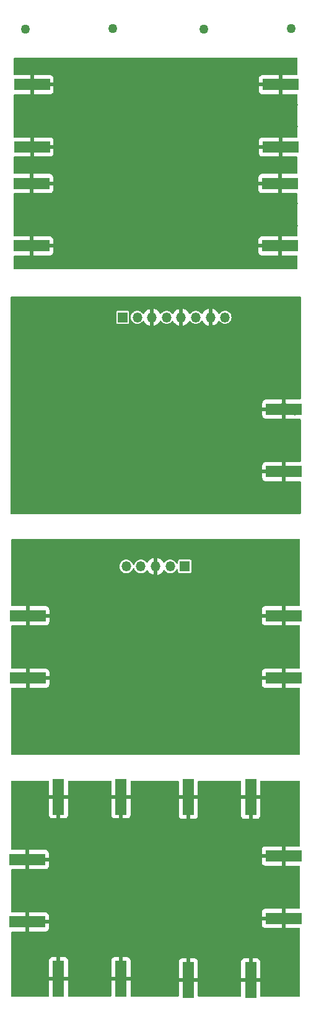
<source format=gbr>
%TF.GenerationSoftware,KiCad,Pcbnew,(6.0.4)*%
%TF.CreationDate,2022-04-21T10:25:36+02:00*%
%TF.ProjectId,Board1,426f6172-6431-42e6-9b69-6361645f7063,rev?*%
%TF.SameCoordinates,Original*%
%TF.FileFunction,Copper,L2,Bot*%
%TF.FilePolarity,Positive*%
%FSLAX46Y46*%
G04 Gerber Fmt 4.6, Leading zero omitted, Abs format (unit mm)*
G04 Created by KiCad (PCBNEW (6.0.4)) date 2022-04-21 10:25:36*
%MOMM*%
%LPD*%
G01*
G04 APERTURE LIST*
%TA.AperFunction,SMDPad,CuDef*%
%ADD10R,1.600000X4.900000*%
%TD*%
%TA.AperFunction,SMDPad,CuDef*%
%ADD11R,4.900000X1.600000*%
%TD*%
%TA.AperFunction,ComponentPad*%
%ADD12C,1.270000*%
%TD*%
%TA.AperFunction,ComponentPad*%
%ADD13R,1.350000X1.350000*%
%TD*%
%TA.AperFunction,ComponentPad*%
%ADD14O,1.350000X1.350000*%
%TD*%
%TA.AperFunction,ViaPad*%
%ADD15C,0.800000*%
%TD*%
G04 APERTURE END LIST*
D10*
%TO.P,J5,S3*%
%TO.N,N/C*%
X134480000Y-162482500D03*
%TO.P,J5,S4*%
X143000000Y-162482500D03*
%TD*%
D11*
%TO.P,J3,S3*%
%TO.N,N/C*%
X112450000Y-146022500D03*
%TO.P,J3,S4*%
X112450000Y-154542500D03*
%TD*%
D10*
%TO.P,J4,S3*%
%TO.N,N/C*%
X143000000Y-137517500D03*
%TO.P,J4,S4*%
X134480000Y-137517500D03*
%TD*%
D11*
%TO.P,J1,S3*%
%TO.N,N/C*%
X147482500Y-121260000D03*
%TO.P,J1,S4*%
X147482500Y-112740000D03*
%TD*%
D12*
%TO.P,REF\u002A\u002A,*%
%TO.N,*%
X148500008Y-32608647D03*
X136600006Y-32641362D03*
%TD*%
D13*
%TO.P,J3,1,Pin_1*%
%TO.N,N/C*%
X134000000Y-106000000D03*
D14*
%TO.P,J3,2,Pin_2*%
X132000000Y-106000000D03*
%TO.P,J3,3,Pin_3*%
X130000000Y-106000000D03*
%TO.P,J3,4,Pin_4*%
X128000000Y-106000000D03*
%TO.P,J3,5,Pin_5*%
X126000000Y-106000000D03*
%TD*%
D11*
%TO.P,J4,S3*%
%TO.N,N/C*%
X147002500Y-62260000D03*
%TO.P,J4,S4*%
X147002500Y-53740000D03*
%TD*%
D12*
%TO.P,REF\u002A\u002A,*%
%TO.N,*%
X124109988Y-32608647D03*
X112210012Y-32641362D03*
%TD*%
D11*
%TO.P,J1,S3*%
%TO.N,N/C*%
X147550000Y-93060000D03*
%TO.P,J1,S4*%
X147550000Y-84540000D03*
%TD*%
D10*
%TO.P,J1,S3*%
%TO.N,N/C*%
X125260000Y-137450000D03*
%TO.P,J1,S4*%
X116740000Y-137450000D03*
%TD*%
D11*
%TO.P,J6,S3*%
%TO.N,N/C*%
X147482500Y-154060000D03*
%TO.P,J6,S4*%
X147482500Y-145540000D03*
%TD*%
%TO.P,J2,S3*%
%TO.N,N/C*%
X147070000Y-48760000D03*
%TO.P,J2,S4*%
X147070000Y-40240000D03*
%TD*%
%TO.P,J3,S3*%
%TO.N,N/C*%
X113037500Y-53740000D03*
%TO.P,J3,S4*%
X113037500Y-62260000D03*
%TD*%
D10*
%TO.P,J2,S3*%
%TO.N,N/C*%
X116740000Y-162315000D03*
%TO.P,J2,S4*%
X125260000Y-162315000D03*
%TD*%
D11*
%TO.P,J1,S3*%
%TO.N,N/C*%
X113105000Y-40240000D03*
%TO.P,J1,S4*%
X113105000Y-48760000D03*
%TD*%
D13*
%TO.P,J2,1,Pin_1*%
%TO.N,N/C*%
X125500000Y-72000000D03*
D14*
%TO.P,J2,2,Pin_2*%
X127500000Y-72000000D03*
%TO.P,J2,3,Pin_3*%
X129500000Y-72000000D03*
%TO.P,J2,4,Pin_4*%
X131500000Y-72000000D03*
%TO.P,J2,5,Pin_5*%
X133500000Y-72000000D03*
%TO.P,J2,6,Pin_6*%
X135500000Y-72000000D03*
%TO.P,J2,7,Pin_7*%
X137500000Y-72000000D03*
%TO.P,J2,8,Pin_8*%
X139500000Y-72000000D03*
%TD*%
D11*
%TO.P,J2,S3*%
%TO.N,N/C*%
X112517500Y-112740000D03*
%TO.P,J2,S4*%
X112517500Y-121260000D03*
%TD*%
D15*
%TO.N,*%
X138400000Y-88100000D03*
X133000000Y-59500000D03*
X127000000Y-59500000D03*
X111000000Y-56500000D03*
X149000000Y-121000000D03*
X130000000Y-112000000D03*
X144000000Y-122000000D03*
X124928333Y-56500000D03*
X114000000Y-157000000D03*
X137000000Y-70000000D03*
X125000000Y-86000000D03*
X146000000Y-137000000D03*
X145000000Y-59500000D03*
X115000000Y-51000000D03*
X125000000Y-121000000D03*
X122500000Y-53500000D03*
X119000000Y-59500000D03*
X138400000Y-89900000D03*
X130000000Y-79000000D03*
X121000000Y-131000000D03*
X111000000Y-127000000D03*
X133000000Y-94000000D03*
X149000000Y-82000000D03*
X125000000Y-51000000D03*
X140000000Y-61000000D03*
X130000000Y-139000000D03*
X129000000Y-113000000D03*
X119000000Y-46000000D03*
X139000000Y-131000000D03*
X112000000Y-86000000D03*
X111000000Y-72000000D03*
X145000000Y-127000000D03*
X135000000Y-115000000D03*
X140330000Y-162010000D03*
X149000000Y-70000000D03*
X149000000Y-93000000D03*
X111000000Y-115000000D03*
X140330000Y-156010000D03*
X122000000Y-118000000D03*
X121000000Y-56500000D03*
X121000000Y-70000000D03*
X145000000Y-131000000D03*
X111000000Y-80000000D03*
X122600000Y-146000000D03*
X131000000Y-59500000D03*
X127000000Y-143000000D03*
X112000000Y-92000000D03*
X149000000Y-85000000D03*
X124928333Y-43000000D03*
X137000000Y-131000000D03*
X147000000Y-46000000D03*
X125000000Y-125000000D03*
X115000000Y-126000000D03*
X133000000Y-147000000D03*
X137000000Y-46000000D03*
X111000000Y-98000000D03*
X122600000Y-154000000D03*
X149000000Y-59500000D03*
X145000000Y-103000000D03*
X139000000Y-59500000D03*
X119300000Y-140000000D03*
X137000000Y-59500000D03*
X132500000Y-96500000D03*
X119300000Y-136000000D03*
X134000000Y-120000000D03*
X117000000Y-122000000D03*
X127500000Y-63500000D03*
X140330000Y-152010000D03*
X127000000Y-115000000D03*
X146000000Y-158000000D03*
X117000000Y-56500000D03*
X119000000Y-56500000D03*
X147500000Y-84000000D03*
X136014577Y-121990329D03*
X122500000Y-81500000D03*
X147000000Y-98000000D03*
X126000000Y-151000000D03*
X113900000Y-88200000D03*
X119300000Y-138000000D03*
X131000000Y-98000000D03*
X143000000Y-85000000D03*
X137500000Y-96500000D03*
X119800000Y-87200000D03*
X117000000Y-111000000D03*
X127000000Y-43000000D03*
X141000000Y-115000000D03*
X121000000Y-103000000D03*
X135000000Y-103000000D03*
X119300000Y-152000000D03*
X129000000Y-117000000D03*
X126000000Y-155000000D03*
X119300000Y-148000000D03*
X123000000Y-43000000D03*
X135000000Y-111000000D03*
X122500000Y-38500000D03*
X117980000Y-148600000D03*
X122000000Y-116000000D03*
X115000000Y-107000000D03*
X132000000Y-162000000D03*
X123000000Y-103000000D03*
X147000000Y-119000000D03*
X119000000Y-81000000D03*
X145000000Y-90500000D03*
X140330000Y-146010000D03*
X140000000Y-128000000D03*
X118000000Y-152000000D03*
X122600000Y-164000000D03*
X140600000Y-90100000D03*
X111000000Y-107000000D03*
X119300000Y-146000000D03*
X130000000Y-160000000D03*
X139000000Y-98000000D03*
X121000000Y-59500000D03*
X142500000Y-63500000D03*
X129000000Y-115000000D03*
X131000000Y-124000000D03*
X117500000Y-38500000D03*
X147000000Y-43000000D03*
X133000000Y-70000000D03*
X143000000Y-98000000D03*
X142500000Y-96500000D03*
X125000000Y-84000000D03*
X122600000Y-144000000D03*
X148000000Y-161000000D03*
X137200000Y-164000000D03*
X139000000Y-43000000D03*
X113900000Y-89700000D03*
X148040000Y-151640000D03*
X137500000Y-63500000D03*
X130000000Y-118000000D03*
X129000000Y-121000000D03*
X145000000Y-56500000D03*
X143000000Y-46000000D03*
X128000000Y-87000000D03*
X127000000Y-113000000D03*
X121000000Y-43000000D03*
X139000000Y-56500000D03*
X135000000Y-94000000D03*
X130000000Y-94000000D03*
X149000000Y-127000000D03*
X128000000Y-122000000D03*
X111000000Y-131000000D03*
X113000000Y-162000000D03*
X135000000Y-121000000D03*
X144000000Y-156000000D03*
X140000000Y-124000000D03*
X119300000Y-158000000D03*
X111000000Y-92000000D03*
X111000000Y-96000000D03*
X111000000Y-94000000D03*
X138014577Y-121990329D03*
X149000000Y-87000000D03*
X143000000Y-121000000D03*
X113980000Y-148600000D03*
X142500000Y-53500000D03*
X127000000Y-128000000D03*
X124000000Y-122000000D03*
X113000000Y-115000000D03*
X121000000Y-150300000D03*
X149000000Y-78000000D03*
X145000000Y-98000000D03*
X137200000Y-156000000D03*
X127500000Y-38500000D03*
X111000000Y-76000000D03*
X137500000Y-38500000D03*
X111000000Y-78000000D03*
X111980000Y-148600000D03*
X149000000Y-76000000D03*
X112000000Y-152000000D03*
X124000000Y-90500000D03*
X127500000Y-96500000D03*
X135000000Y-70000000D03*
X123000000Y-98000000D03*
X111000000Y-113000000D03*
X132500000Y-53500000D03*
X111000000Y-88000000D03*
X129000000Y-43000000D03*
X145000000Y-119000000D03*
X137200000Y-158000000D03*
X122500000Y-63500000D03*
X118000000Y-93000000D03*
X121000000Y-119000000D03*
X141000000Y-59500000D03*
X115000000Y-46000000D03*
X137200000Y-160000000D03*
X149000000Y-109000000D03*
X136000000Y-87000000D03*
X121000000Y-121000000D03*
X111000000Y-129000000D03*
X141000000Y-70000000D03*
X117000000Y-43000000D03*
X115000000Y-59500000D03*
X127500000Y-81500000D03*
X118000000Y-86000000D03*
X131000000Y-70000000D03*
X117500000Y-96500000D03*
X132500000Y-48500000D03*
X120000000Y-84000000D03*
X125000000Y-59500000D03*
X149000000Y-105000000D03*
X148000000Y-143000000D03*
X141000000Y-131000000D03*
X135000000Y-113000000D03*
X123000000Y-59500000D03*
X135000000Y-117000000D03*
X122600000Y-136000000D03*
X143000000Y-59500000D03*
X141000000Y-103000000D03*
X147000000Y-115000000D03*
X130000000Y-122000000D03*
X149000000Y-111000000D03*
X111000000Y-119000000D03*
X137200000Y-148000000D03*
X123000000Y-87000000D03*
X119000000Y-103000000D03*
X142000000Y-93000000D03*
X117500000Y-53500000D03*
X123000000Y-56500000D03*
X124000000Y-114000000D03*
X117000000Y-119000000D03*
X146060000Y-148050000D03*
X120000000Y-51000000D03*
X139000000Y-103000000D03*
X128000000Y-157000000D03*
X122600000Y-142000000D03*
X122500000Y-96500000D03*
X132000000Y-116000000D03*
X137200000Y-154000000D03*
X149000000Y-139000000D03*
X139000000Y-121000000D03*
X140330000Y-140010000D03*
X149000000Y-115000000D03*
X127500000Y-84000000D03*
X131000000Y-43000000D03*
X113000000Y-70000000D03*
X115000000Y-98000000D03*
X140330000Y-136010000D03*
X130000000Y-84000000D03*
X137200000Y-152000000D03*
X111000000Y-59500000D03*
X137500000Y-48500000D03*
X115000000Y-131000000D03*
X137200000Y-136000000D03*
X134000000Y-114000000D03*
X135000000Y-84000000D03*
X134000000Y-118000000D03*
X132500000Y-63500000D03*
X111000000Y-109000000D03*
X123000000Y-46000000D03*
X112500000Y-96500000D03*
X118000000Y-90500000D03*
X127000000Y-70000000D03*
X122600000Y-140000000D03*
X115000000Y-129000000D03*
X144060000Y-148050000D03*
X139000000Y-46000000D03*
X149000000Y-129000000D03*
X129000000Y-59500000D03*
X115000000Y-43000000D03*
X125000000Y-61000000D03*
X135000000Y-51000000D03*
X115400000Y-88200000D03*
X129000000Y-111000000D03*
X128000000Y-92000000D03*
X120000000Y-107000000D03*
X120000000Y-122000000D03*
X117000000Y-156000000D03*
X143000000Y-119000000D03*
X113000000Y-131000000D03*
X144000000Y-142000000D03*
X115000000Y-119000000D03*
X149000000Y-72000000D03*
X125000000Y-103000000D03*
X111000000Y-111000000D03*
X146000000Y-109000000D03*
X132000000Y-119000000D03*
X121000000Y-46000000D03*
X133000000Y-131000000D03*
X127000000Y-131000000D03*
X124000000Y-119000000D03*
X149000000Y-103000000D03*
X122000000Y-93000000D03*
X147000000Y-131000000D03*
X143000000Y-70000000D03*
X141000000Y-84000000D03*
X132000000Y-128000000D03*
X129000000Y-56500000D03*
X114000000Y-152000000D03*
X122600000Y-160000000D03*
X140000000Y-122000000D03*
X133000000Y-46000000D03*
X149000000Y-119000000D03*
X134000000Y-122000000D03*
X149000000Y-131000000D03*
X117500000Y-48500000D03*
X129000000Y-46000000D03*
X113000000Y-119000000D03*
X134000000Y-116000000D03*
X135000000Y-56500000D03*
X117000000Y-131000000D03*
X145000000Y-87000000D03*
X123000000Y-121000000D03*
X145000000Y-70000000D03*
X145000000Y-51000000D03*
X113000000Y-98000000D03*
X149000000Y-80000000D03*
X131000000Y-46000000D03*
X144000000Y-106000000D03*
X137000000Y-103000000D03*
X132500000Y-38500000D03*
X115000000Y-103000000D03*
X111000000Y-119000000D03*
X149000000Y-96000000D03*
X139000000Y-106000000D03*
X135000000Y-109000000D03*
X137000000Y-56500000D03*
X137200000Y-138000000D03*
X124000000Y-129000000D03*
X134000000Y-87000000D03*
X121000000Y-98000000D03*
X130000000Y-143000000D03*
X119300000Y-160000000D03*
X111000000Y-70000000D03*
X141000000Y-56500000D03*
X115000000Y-115000000D03*
X126000000Y-122000000D03*
X137500000Y-53500000D03*
X125000000Y-94000000D03*
X137200000Y-150000000D03*
X142500000Y-38500000D03*
X142000000Y-122000000D03*
X119000000Y-70000000D03*
X145000000Y-43000000D03*
X149000000Y-90500000D03*
X125250000Y-88850000D03*
X147000000Y-90500000D03*
X111000000Y-82000000D03*
X111000000Y-74000000D03*
X140330000Y-158010000D03*
X131000000Y-153000000D03*
X144040000Y-151640000D03*
X122600000Y-156000000D03*
X139500000Y-89100000D03*
X117000000Y-143000000D03*
X127000000Y-46000000D03*
X147000000Y-56500000D03*
X122500000Y-48500000D03*
X137000000Y-43000000D03*
X113000000Y-56500000D03*
X130000000Y-114000000D03*
X127000000Y-121000000D03*
X145000000Y-46000000D03*
X143000000Y-115000000D03*
X127000000Y-98000000D03*
X149000000Y-107000000D03*
X149000000Y-123000000D03*
X117000000Y-98000000D03*
X147000000Y-87000000D03*
X130000000Y-116000000D03*
X111000000Y-84000000D03*
X141000000Y-46000000D03*
X140000000Y-41000000D03*
X145000000Y-115000000D03*
X120000000Y-41000000D03*
X130000000Y-110000000D03*
X119300000Y-144000000D03*
X132000000Y-85000000D03*
X134000000Y-144000000D03*
X129000000Y-119000000D03*
X134000000Y-156000000D03*
X146040000Y-151640000D03*
X125000000Y-41000000D03*
X123000000Y-131000000D03*
X140330000Y-138010000D03*
X122600000Y-162000000D03*
X141000000Y-43000000D03*
X119300000Y-162000000D03*
X115400000Y-89700000D03*
X113000000Y-103000000D03*
X147500000Y-96500000D03*
X135000000Y-119000000D03*
X122000000Y-114000000D03*
X134000000Y-151000000D03*
X137000000Y-98000000D03*
X130000000Y-61000000D03*
X122600000Y-150000000D03*
X119000000Y-119000000D03*
X137000000Y-121000000D03*
X140330000Y-142010000D03*
X111000000Y-46000000D03*
X136000000Y-93000000D03*
X143000000Y-131000000D03*
X131000000Y-103000000D03*
X118000000Y-114000000D03*
X140000000Y-51000000D03*
X120000000Y-114000000D03*
X115000000Y-70000000D03*
X120000000Y-94000000D03*
X115000000Y-56500000D03*
X111000000Y-123000000D03*
X120000000Y-126000000D03*
X127500000Y-79000000D03*
X143000000Y-87000000D03*
X133000000Y-56500000D03*
X133000000Y-98000000D03*
X133000000Y-43000000D03*
X115000000Y-94000000D03*
X142500000Y-48500000D03*
X111000000Y-86000000D03*
X122600000Y-148000000D03*
X116000000Y-152000000D03*
X129000000Y-103000000D03*
X131000000Y-131000000D03*
X137200000Y-140000000D03*
X122000000Y-122000000D03*
X140330000Y-160010000D03*
X119000000Y-43000000D03*
X122000000Y-90400000D03*
X143000000Y-103000000D03*
X117000000Y-46000000D03*
X122600000Y-158000000D03*
X135000000Y-131000000D03*
X141000000Y-98000000D03*
X143000000Y-145000000D03*
X130000000Y-146000000D03*
X119000000Y-131000000D03*
X149000000Y-56500000D03*
X147000000Y-59500000D03*
X115980000Y-148600000D03*
X127000000Y-103000000D03*
X119300000Y-164000000D03*
X147000000Y-70000000D03*
X140330000Y-144010000D03*
X123000000Y-111000000D03*
X137200000Y-162000000D03*
X132000000Y-87000000D03*
X127000000Y-56500000D03*
X113000000Y-140000000D03*
X120000000Y-61000000D03*
X111000000Y-105000000D03*
X125000000Y-46000000D03*
X143000000Y-43000000D03*
X129000000Y-109000000D03*
X133000000Y-127000000D03*
X149000000Y-46000000D03*
X134000000Y-110000000D03*
X120000000Y-90500000D03*
X113000000Y-43000000D03*
X140330000Y-148010000D03*
X114000000Y-144000000D03*
X135000000Y-41000000D03*
X145000000Y-163000000D03*
X113000000Y-137000000D03*
X141000000Y-119000000D03*
X149000000Y-113000000D03*
X137200000Y-142000000D03*
X119000000Y-98000000D03*
X142060000Y-148050000D03*
X131000000Y-56500000D03*
X129000000Y-70000000D03*
X123000000Y-70000000D03*
X113000000Y-59500000D03*
X129000000Y-131000000D03*
X130600000Y-90300000D03*
X126000000Y-90500000D03*
X132500000Y-81500000D03*
X111000000Y-103000000D03*
X125000000Y-98000000D03*
X147000000Y-103000000D03*
X139000000Y-70000000D03*
X135000000Y-61000000D03*
X140330000Y-154010000D03*
X137200000Y-144000000D03*
X140000000Y-94000000D03*
X143000000Y-56500000D03*
X125000000Y-147000000D03*
X132600000Y-90300000D03*
X143000000Y-90500000D03*
X138700000Y-149800000D03*
X134000000Y-112000000D03*
X132000000Y-125000000D03*
X111000000Y-43000000D03*
X132500000Y-76500000D03*
X122600000Y-152000000D03*
X133000000Y-103000000D03*
X148060000Y-148050000D03*
X141000000Y-121000000D03*
X125000000Y-131000000D03*
X119300000Y-156000000D03*
X130000000Y-41000000D03*
X117000000Y-103000000D03*
X117000000Y-70000000D03*
X129000000Y-98000000D03*
X130000000Y-120000000D03*
X111000000Y-115000000D03*
X149000000Y-125000000D03*
X135000000Y-98000000D03*
X117000000Y-115000000D03*
X140330000Y-164010000D03*
X122600000Y-138000000D03*
X125000000Y-70000000D03*
X127500000Y-53500000D03*
X137200000Y-146000000D03*
X135000000Y-59500000D03*
X135000000Y-43000000D03*
X149000000Y-98000000D03*
X135000000Y-46000000D03*
X130000000Y-87000000D03*
X128000000Y-163000000D03*
X138000000Y-83000000D03*
X117000000Y-59500000D03*
X130000000Y-51000000D03*
X122000000Y-108000000D03*
X142000000Y-111000000D03*
X132000000Y-110000000D03*
X149000000Y-43000000D03*
X140600000Y-87900000D03*
X111000000Y-90000000D03*
X119300000Y-154000000D03*
X111000000Y-121000000D03*
X113000000Y-46000000D03*
X128000000Y-151000000D03*
X119300000Y-142000000D03*
X117500000Y-63500000D03*
X111000000Y-125000000D03*
X149000000Y-74000000D03*
X142040000Y-151640000D03*
X127500000Y-48500000D03*
%TD*%
%TA.AperFunction,NonConductor*%
G36*
X149688121Y-102274002D02*
G01*
X149734614Y-102327658D01*
X149746000Y-102380000D01*
X149746000Y-111306000D01*
X149725998Y-111374121D01*
X149672342Y-111420614D01*
X149620000Y-111432000D01*
X147754615Y-111432000D01*
X147739376Y-111436475D01*
X147738171Y-111437865D01*
X147736500Y-111445548D01*
X147736500Y-114029884D01*
X147740975Y-114045123D01*
X147742365Y-114046328D01*
X147750048Y-114047999D01*
X149620000Y-114047999D01*
X149688121Y-114068001D01*
X149734614Y-114121657D01*
X149746000Y-114173999D01*
X149746000Y-119826000D01*
X149725998Y-119894121D01*
X149672342Y-119940614D01*
X149620000Y-119952000D01*
X147754615Y-119952000D01*
X147739376Y-119956475D01*
X147738171Y-119957865D01*
X147736500Y-119965548D01*
X147736500Y-122549884D01*
X147740975Y-122565123D01*
X147742365Y-122566328D01*
X147750048Y-122567999D01*
X149620000Y-122567999D01*
X149688121Y-122588001D01*
X149734614Y-122641657D01*
X149746000Y-122693999D01*
X149746000Y-131620000D01*
X149725998Y-131688121D01*
X149672342Y-131734614D01*
X149620000Y-131746000D01*
X110380000Y-131746000D01*
X110311879Y-131725998D01*
X110265386Y-131672342D01*
X110254000Y-131620000D01*
X110254000Y-122694000D01*
X110274002Y-122625879D01*
X110327658Y-122579386D01*
X110380000Y-122568000D01*
X112245385Y-122568000D01*
X112260624Y-122563525D01*
X112261829Y-122562135D01*
X112263500Y-122554452D01*
X112263500Y-122549884D01*
X112771500Y-122549884D01*
X112775975Y-122565123D01*
X112777365Y-122566328D01*
X112785048Y-122567999D01*
X115012169Y-122567999D01*
X115018990Y-122567629D01*
X115069852Y-122562105D01*
X115085104Y-122558479D01*
X115205554Y-122513324D01*
X115221149Y-122504786D01*
X115323224Y-122428285D01*
X115335785Y-122415724D01*
X115412286Y-122313649D01*
X115420824Y-122298054D01*
X115465978Y-122177606D01*
X115469605Y-122162351D01*
X115475131Y-122111486D01*
X115475500Y-122104672D01*
X115475500Y-122104669D01*
X144524501Y-122104669D01*
X144524871Y-122111490D01*
X144530395Y-122162352D01*
X144534021Y-122177604D01*
X144579176Y-122298054D01*
X144587714Y-122313649D01*
X144664215Y-122415724D01*
X144676776Y-122428285D01*
X144778851Y-122504786D01*
X144794446Y-122513324D01*
X144914894Y-122558478D01*
X144930149Y-122562105D01*
X144981014Y-122567631D01*
X144987828Y-122568000D01*
X147210385Y-122568000D01*
X147225624Y-122563525D01*
X147226829Y-122562135D01*
X147228500Y-122554452D01*
X147228500Y-121532115D01*
X147224025Y-121516876D01*
X147222635Y-121515671D01*
X147214952Y-121514000D01*
X144542616Y-121514000D01*
X144527377Y-121518475D01*
X144526172Y-121519865D01*
X144524501Y-121527548D01*
X144524501Y-122104669D01*
X115475500Y-122104669D01*
X115475500Y-121532115D01*
X115471025Y-121516876D01*
X115469635Y-121515671D01*
X115461952Y-121514000D01*
X112789615Y-121514000D01*
X112774376Y-121518475D01*
X112773171Y-121519865D01*
X112771500Y-121527548D01*
X112771500Y-122549884D01*
X112263500Y-122549884D01*
X112263500Y-120987885D01*
X112771500Y-120987885D01*
X112775975Y-121003124D01*
X112777365Y-121004329D01*
X112785048Y-121006000D01*
X115457384Y-121006000D01*
X115472623Y-121001525D01*
X115473828Y-121000135D01*
X115475499Y-120992452D01*
X115475499Y-120987885D01*
X144524500Y-120987885D01*
X144528975Y-121003124D01*
X144530365Y-121004329D01*
X144538048Y-121006000D01*
X147210385Y-121006000D01*
X147225624Y-121001525D01*
X147226829Y-121000135D01*
X147228500Y-120992452D01*
X147228500Y-119970116D01*
X147224025Y-119954877D01*
X147222635Y-119953672D01*
X147214952Y-119952001D01*
X144987831Y-119952001D01*
X144981010Y-119952371D01*
X144930148Y-119957895D01*
X144914896Y-119961521D01*
X144794446Y-120006676D01*
X144778851Y-120015214D01*
X144676776Y-120091715D01*
X144664215Y-120104276D01*
X144587714Y-120206351D01*
X144579176Y-120221946D01*
X144534022Y-120342394D01*
X144530395Y-120357649D01*
X144524869Y-120408514D01*
X144524500Y-120415328D01*
X144524500Y-120987885D01*
X115475499Y-120987885D01*
X115475499Y-120415331D01*
X115475129Y-120408510D01*
X115469605Y-120357648D01*
X115465979Y-120342396D01*
X115420824Y-120221946D01*
X115412286Y-120206351D01*
X115335785Y-120104276D01*
X115323224Y-120091715D01*
X115221149Y-120015214D01*
X115205554Y-120006676D01*
X115085106Y-119961522D01*
X115069851Y-119957895D01*
X115018986Y-119952369D01*
X115012172Y-119952000D01*
X112789615Y-119952000D01*
X112774376Y-119956475D01*
X112773171Y-119957865D01*
X112771500Y-119965548D01*
X112771500Y-120987885D01*
X112263500Y-120987885D01*
X112263500Y-119970116D01*
X112259025Y-119954877D01*
X112257635Y-119953672D01*
X112249952Y-119952001D01*
X110380000Y-119952001D01*
X110311879Y-119931999D01*
X110265386Y-119878343D01*
X110254000Y-119826001D01*
X110254000Y-114174000D01*
X110274002Y-114105879D01*
X110327658Y-114059386D01*
X110380000Y-114048000D01*
X112245385Y-114048000D01*
X112260624Y-114043525D01*
X112261829Y-114042135D01*
X112263500Y-114034452D01*
X112263500Y-114029884D01*
X112771500Y-114029884D01*
X112775975Y-114045123D01*
X112777365Y-114046328D01*
X112785048Y-114047999D01*
X115012169Y-114047999D01*
X115018990Y-114047629D01*
X115069852Y-114042105D01*
X115085104Y-114038479D01*
X115205554Y-113993324D01*
X115221149Y-113984786D01*
X115323224Y-113908285D01*
X115335785Y-113895724D01*
X115412286Y-113793649D01*
X115420824Y-113778054D01*
X115465978Y-113657606D01*
X115469605Y-113642351D01*
X115475131Y-113591486D01*
X115475500Y-113584672D01*
X115475500Y-113584669D01*
X144524501Y-113584669D01*
X144524871Y-113591490D01*
X144530395Y-113642352D01*
X144534021Y-113657604D01*
X144579176Y-113778054D01*
X144587714Y-113793649D01*
X144664215Y-113895724D01*
X144676776Y-113908285D01*
X144778851Y-113984786D01*
X144794446Y-113993324D01*
X144914894Y-114038478D01*
X144930149Y-114042105D01*
X144981014Y-114047631D01*
X144987828Y-114048000D01*
X147210385Y-114048000D01*
X147225624Y-114043525D01*
X147226829Y-114042135D01*
X147228500Y-114034452D01*
X147228500Y-113012115D01*
X147224025Y-112996876D01*
X147222635Y-112995671D01*
X147214952Y-112994000D01*
X144542616Y-112994000D01*
X144527377Y-112998475D01*
X144526172Y-112999865D01*
X144524501Y-113007548D01*
X144524501Y-113584669D01*
X115475500Y-113584669D01*
X115475500Y-113012115D01*
X115471025Y-112996876D01*
X115469635Y-112995671D01*
X115461952Y-112994000D01*
X112789615Y-112994000D01*
X112774376Y-112998475D01*
X112773171Y-112999865D01*
X112771500Y-113007548D01*
X112771500Y-114029884D01*
X112263500Y-114029884D01*
X112263500Y-112467885D01*
X112771500Y-112467885D01*
X112775975Y-112483124D01*
X112777365Y-112484329D01*
X112785048Y-112486000D01*
X115457384Y-112486000D01*
X115472623Y-112481525D01*
X115473828Y-112480135D01*
X115475499Y-112472452D01*
X115475499Y-112467885D01*
X144524500Y-112467885D01*
X144528975Y-112483124D01*
X144530365Y-112484329D01*
X144538048Y-112486000D01*
X147210385Y-112486000D01*
X147225624Y-112481525D01*
X147226829Y-112480135D01*
X147228500Y-112472452D01*
X147228500Y-111450116D01*
X147224025Y-111434877D01*
X147222635Y-111433672D01*
X147214952Y-111432001D01*
X144987831Y-111432001D01*
X144981010Y-111432371D01*
X144930148Y-111437895D01*
X144914896Y-111441521D01*
X144794446Y-111486676D01*
X144778851Y-111495214D01*
X144676776Y-111571715D01*
X144664215Y-111584276D01*
X144587714Y-111686351D01*
X144579176Y-111701946D01*
X144534022Y-111822394D01*
X144530395Y-111837649D01*
X144524869Y-111888514D01*
X144524500Y-111895328D01*
X144524500Y-112467885D01*
X115475499Y-112467885D01*
X115475499Y-111895331D01*
X115475129Y-111888510D01*
X115469605Y-111837648D01*
X115465979Y-111822396D01*
X115420824Y-111701946D01*
X115412286Y-111686351D01*
X115335785Y-111584276D01*
X115323224Y-111571715D01*
X115221149Y-111495214D01*
X115205554Y-111486676D01*
X115085106Y-111441522D01*
X115069851Y-111437895D01*
X115018986Y-111432369D01*
X115012172Y-111432000D01*
X112789615Y-111432000D01*
X112774376Y-111436475D01*
X112773171Y-111437865D01*
X112771500Y-111445548D01*
X112771500Y-112467885D01*
X112263500Y-112467885D01*
X112263500Y-111450116D01*
X112259025Y-111434877D01*
X112257635Y-111433672D01*
X112249952Y-111432001D01*
X110380000Y-111432001D01*
X110311879Y-111411999D01*
X110265386Y-111358343D01*
X110254000Y-111306001D01*
X110254000Y-106000000D01*
X125065380Y-106000000D01*
X125085804Y-106194318D01*
X125146182Y-106380144D01*
X125243877Y-106549356D01*
X125374617Y-106694558D01*
X125379959Y-106698439D01*
X125379961Y-106698441D01*
X125486182Y-106775615D01*
X125532690Y-106809405D01*
X125538719Y-106812089D01*
X125538722Y-106812091D01*
X125705151Y-106886189D01*
X125705154Y-106886190D01*
X125711187Y-106888876D01*
X125790727Y-106905783D01*
X125895849Y-106928128D01*
X125895854Y-106928128D01*
X125902306Y-106929500D01*
X126097694Y-106929500D01*
X126104146Y-106928128D01*
X126104151Y-106928128D01*
X126209273Y-106905783D01*
X126288813Y-106888876D01*
X126294846Y-106886190D01*
X126294849Y-106886189D01*
X126461278Y-106812091D01*
X126461281Y-106812089D01*
X126467310Y-106809405D01*
X126513818Y-106775615D01*
X126620039Y-106698441D01*
X126620041Y-106698439D01*
X126625383Y-106694558D01*
X126756123Y-106549356D01*
X126853818Y-106380144D01*
X126859362Y-106363083D01*
X126880167Y-106299049D01*
X126920240Y-106240443D01*
X126985637Y-106212806D01*
X127055593Y-106224913D01*
X127107900Y-106272918D01*
X127119833Y-106299049D01*
X127140639Y-106363083D01*
X127146182Y-106380144D01*
X127243877Y-106549356D01*
X127374617Y-106694558D01*
X127379959Y-106698439D01*
X127379961Y-106698441D01*
X127486182Y-106775615D01*
X127532690Y-106809405D01*
X127538719Y-106812089D01*
X127538722Y-106812091D01*
X127705151Y-106886189D01*
X127705154Y-106886190D01*
X127711187Y-106888876D01*
X127790727Y-106905783D01*
X127895849Y-106928128D01*
X127895854Y-106928128D01*
X127902306Y-106929500D01*
X128097694Y-106929500D01*
X128104146Y-106928128D01*
X128104151Y-106928128D01*
X128209273Y-106905783D01*
X128288813Y-106888876D01*
X128294846Y-106886190D01*
X128294849Y-106886189D01*
X128461278Y-106812091D01*
X128461281Y-106812089D01*
X128467310Y-106809405D01*
X128513818Y-106775615D01*
X128620039Y-106698441D01*
X128620041Y-106698439D01*
X128625383Y-106694558D01*
X128756123Y-106549356D01*
X128758241Y-106551263D01*
X128804519Y-106515541D01*
X128875252Y-106509430D01*
X128938060Y-106542531D01*
X128964717Y-106580181D01*
X128968687Y-106588792D01*
X128974436Y-106598750D01*
X129093254Y-106766873D01*
X129100720Y-106775615D01*
X129248191Y-106919275D01*
X129257124Y-106926509D01*
X129428299Y-107040884D01*
X129438409Y-107046374D01*
X129627566Y-107127642D01*
X129638499Y-107131194D01*
X129728332Y-107151521D01*
X129742405Y-107150632D01*
X129746000Y-107141233D01*
X129746000Y-107140512D01*
X130254000Y-107140512D01*
X130257966Y-107154018D01*
X130271883Y-107156011D01*
X130282817Y-107153386D01*
X130477763Y-107087210D01*
X130488272Y-107082531D01*
X130667882Y-106981944D01*
X130677375Y-106975420D01*
X130835653Y-106843782D01*
X130843782Y-106835653D01*
X130975420Y-106677375D01*
X130981939Y-106667890D01*
X131037639Y-106568430D01*
X131088376Y-106518768D01*
X131157908Y-106504420D01*
X131224159Y-106529942D01*
X131243461Y-106549731D01*
X131243877Y-106549356D01*
X131374617Y-106694558D01*
X131379959Y-106698439D01*
X131379961Y-106698441D01*
X131486182Y-106775615D01*
X131532690Y-106809405D01*
X131538719Y-106812089D01*
X131538722Y-106812091D01*
X131705151Y-106886189D01*
X131705154Y-106886190D01*
X131711187Y-106888876D01*
X131790727Y-106905783D01*
X131895849Y-106928128D01*
X131895854Y-106928128D01*
X131902306Y-106929500D01*
X132097694Y-106929500D01*
X132104146Y-106928128D01*
X132104151Y-106928128D01*
X132209273Y-106905783D01*
X132288813Y-106888876D01*
X132294846Y-106886190D01*
X132294849Y-106886189D01*
X132461278Y-106812091D01*
X132461281Y-106812089D01*
X132467310Y-106809405D01*
X132513818Y-106775615D01*
X132620039Y-106698441D01*
X132620041Y-106698439D01*
X132625383Y-106694558D01*
X132756123Y-106549356D01*
X132835382Y-106412076D01*
X132886765Y-106363083D01*
X132956478Y-106349647D01*
X133022389Y-106376033D01*
X133063571Y-106433866D01*
X133070501Y-106475075D01*
X133070501Y-106700066D01*
X133085266Y-106774301D01*
X133141516Y-106858484D01*
X133225699Y-106914734D01*
X133299933Y-106929500D01*
X133999886Y-106929500D01*
X134700066Y-106929499D01*
X134735818Y-106922388D01*
X134762126Y-106917156D01*
X134762128Y-106917155D01*
X134774301Y-106914734D01*
X134784621Y-106907839D01*
X134784622Y-106907838D01*
X134848168Y-106865377D01*
X134858484Y-106858484D01*
X134914734Y-106774301D01*
X134929500Y-106700067D01*
X134929499Y-105299934D01*
X134914734Y-105225699D01*
X134888692Y-105186724D01*
X134865377Y-105151832D01*
X134858484Y-105141516D01*
X134774301Y-105085266D01*
X134700067Y-105070500D01*
X134000114Y-105070500D01*
X133299934Y-105070501D01*
X133264182Y-105077612D01*
X133237874Y-105082844D01*
X133237872Y-105082845D01*
X133225699Y-105085266D01*
X133215379Y-105092161D01*
X133215378Y-105092162D01*
X133189055Y-105109751D01*
X133141516Y-105141516D01*
X133085266Y-105225699D01*
X133070500Y-105299933D01*
X133070500Y-105524923D01*
X133050498Y-105593044D01*
X132996842Y-105639537D01*
X132926568Y-105649641D01*
X132861988Y-105620147D01*
X132835381Y-105587923D01*
X132772784Y-105479501D01*
X132756123Y-105450644D01*
X132625383Y-105305442D01*
X132515627Y-105225699D01*
X132472652Y-105194476D01*
X132472651Y-105194475D01*
X132467310Y-105190595D01*
X132461281Y-105187911D01*
X132461278Y-105187909D01*
X132294849Y-105113811D01*
X132294846Y-105113810D01*
X132288813Y-105111124D01*
X132199600Y-105092161D01*
X132104151Y-105071872D01*
X132104146Y-105071872D01*
X132097694Y-105070500D01*
X131902306Y-105070500D01*
X131895854Y-105071872D01*
X131895849Y-105071872D01*
X131800400Y-105092161D01*
X131711187Y-105111124D01*
X131705154Y-105113810D01*
X131705151Y-105113811D01*
X131538722Y-105187909D01*
X131538719Y-105187911D01*
X131532690Y-105190595D01*
X131527349Y-105194475D01*
X131527348Y-105194476D01*
X131484374Y-105225699D01*
X131374617Y-105305442D01*
X131243877Y-105450644D01*
X131242246Y-105449176D01*
X131194102Y-105486305D01*
X131123367Y-105492385D01*
X131060573Y-105459257D01*
X131035377Y-105424623D01*
X131015549Y-105384417D01*
X131009538Y-105374608D01*
X130886360Y-105209651D01*
X130878671Y-105201111D01*
X130727490Y-105061361D01*
X130718365Y-105054360D01*
X130544255Y-104944505D01*
X130534008Y-104939284D01*
X130342793Y-104862997D01*
X130331767Y-104859730D01*
X130271770Y-104847797D01*
X130258894Y-104848949D01*
X130254000Y-104864102D01*
X130254000Y-107140512D01*
X129746000Y-107140512D01*
X129746000Y-104861337D01*
X129742194Y-104848375D01*
X129727278Y-104846439D01*
X129698202Y-104851435D01*
X129687082Y-104854415D01*
X129493940Y-104925669D01*
X129483562Y-104930619D01*
X129306639Y-105035877D01*
X129297327Y-105042643D01*
X129142547Y-105178381D01*
X129134630Y-105186724D01*
X129007180Y-105348394D01*
X129000909Y-105358050D01*
X128963829Y-105428528D01*
X128914410Y-105479501D01*
X128845277Y-105495664D01*
X128778381Y-105471885D01*
X128756646Y-105450173D01*
X128756123Y-105450644D01*
X128629805Y-105310353D01*
X128629804Y-105310352D01*
X128625383Y-105305442D01*
X128515627Y-105225699D01*
X128472652Y-105194476D01*
X128472651Y-105194475D01*
X128467310Y-105190595D01*
X128461281Y-105187911D01*
X128461278Y-105187909D01*
X128294849Y-105113811D01*
X128294846Y-105113810D01*
X128288813Y-105111124D01*
X128199600Y-105092161D01*
X128104151Y-105071872D01*
X128104146Y-105071872D01*
X128097694Y-105070500D01*
X127902306Y-105070500D01*
X127895854Y-105071872D01*
X127895849Y-105071872D01*
X127800400Y-105092161D01*
X127711187Y-105111124D01*
X127705154Y-105113810D01*
X127705151Y-105113811D01*
X127538722Y-105187909D01*
X127538719Y-105187911D01*
X127532690Y-105190595D01*
X127527349Y-105194475D01*
X127527348Y-105194476D01*
X127484374Y-105225699D01*
X127374617Y-105305442D01*
X127243877Y-105450644D01*
X127223288Y-105486305D01*
X127164619Y-105587923D01*
X127146182Y-105619856D01*
X127144141Y-105626138D01*
X127144140Y-105626140D01*
X127119833Y-105700951D01*
X127079760Y-105759557D01*
X127014363Y-105787194D01*
X126944407Y-105775087D01*
X126892100Y-105727082D01*
X126880167Y-105700951D01*
X126855860Y-105626140D01*
X126855859Y-105626138D01*
X126853818Y-105619856D01*
X126835382Y-105587923D01*
X126776712Y-105486305D01*
X126756123Y-105450644D01*
X126625383Y-105305442D01*
X126515627Y-105225699D01*
X126472652Y-105194476D01*
X126472651Y-105194475D01*
X126467310Y-105190595D01*
X126461281Y-105187911D01*
X126461278Y-105187909D01*
X126294849Y-105113811D01*
X126294846Y-105113810D01*
X126288813Y-105111124D01*
X126199600Y-105092161D01*
X126104151Y-105071872D01*
X126104146Y-105071872D01*
X126097694Y-105070500D01*
X125902306Y-105070500D01*
X125895854Y-105071872D01*
X125895849Y-105071872D01*
X125800400Y-105092161D01*
X125711187Y-105111124D01*
X125705154Y-105113810D01*
X125705151Y-105113811D01*
X125538722Y-105187909D01*
X125538719Y-105187911D01*
X125532690Y-105190595D01*
X125527349Y-105194475D01*
X125527348Y-105194476D01*
X125484374Y-105225699D01*
X125374617Y-105305442D01*
X125243877Y-105450644D01*
X125223288Y-105486305D01*
X125164619Y-105587923D01*
X125146182Y-105619856D01*
X125085804Y-105805682D01*
X125065380Y-106000000D01*
X110254000Y-106000000D01*
X110254000Y-102380000D01*
X110274002Y-102311879D01*
X110327658Y-102265386D01*
X110380000Y-102254000D01*
X149620000Y-102254000D01*
X149688121Y-102274002D01*
G37*
%TD.AperFunction*%
%TA.AperFunction,NonConductor*%
G36*
X110274002Y-155908379D02*
G01*
X110327658Y-155861886D01*
X110380000Y-155850500D01*
X112177885Y-155850500D01*
X112193124Y-155846025D01*
X112194329Y-155844635D01*
X112196000Y-155836952D01*
X112196000Y-153252616D01*
X112191525Y-153237377D01*
X112190135Y-153236172D01*
X112182452Y-153234501D01*
X110380000Y-153234501D01*
X110311879Y-153214499D01*
X110265386Y-153160843D01*
X110254000Y-153108501D01*
X110254000Y-147456500D01*
X110274002Y-147388379D01*
X110327658Y-147341886D01*
X110380000Y-147330500D01*
X112177885Y-147330500D01*
X112193124Y-147326025D01*
X112194329Y-147324635D01*
X112196000Y-147316952D01*
X112196000Y-144732616D01*
X112191525Y-144717377D01*
X112190135Y-144716172D01*
X112182452Y-144714501D01*
X110380000Y-144714501D01*
X110311879Y-144694499D01*
X110265386Y-144640843D01*
X110254000Y-144588501D01*
X110254000Y-135380000D01*
X110274002Y-135311879D01*
X110327658Y-135265386D01*
X110380000Y-135254000D01*
X115306000Y-135254000D01*
X115374121Y-135274002D01*
X115420614Y-135327658D01*
X115432000Y-135380000D01*
X115432000Y-137177885D01*
X115436475Y-137193124D01*
X115437865Y-137194329D01*
X115445548Y-137196000D01*
X118029884Y-137196000D01*
X118045123Y-137191525D01*
X118046328Y-137190135D01*
X118047999Y-137182452D01*
X118047999Y-135380000D01*
X118068001Y-135311879D01*
X118121657Y-135265386D01*
X118173999Y-135254000D01*
X123826000Y-135254000D01*
X123894121Y-135274002D01*
X123940614Y-135327658D01*
X123952000Y-135380000D01*
X123952000Y-137177885D01*
X123956475Y-137193124D01*
X123957865Y-137194329D01*
X123965548Y-137196000D01*
X126549884Y-137196000D01*
X126565123Y-137191525D01*
X126566328Y-137190135D01*
X126567999Y-137182452D01*
X126567999Y-135380000D01*
X126588001Y-135311879D01*
X126641657Y-135265386D01*
X126693999Y-135254000D01*
X133046000Y-135254000D01*
X133114121Y-135274002D01*
X133160614Y-135327658D01*
X133172000Y-135380000D01*
X133172000Y-137245385D01*
X133176475Y-137260624D01*
X133177865Y-137261829D01*
X133185548Y-137263500D01*
X135769884Y-137263500D01*
X135785123Y-137259025D01*
X135786328Y-137257635D01*
X135787999Y-137249952D01*
X135787999Y-135380000D01*
X135808001Y-135311879D01*
X135861657Y-135265386D01*
X135913999Y-135254000D01*
X141566000Y-135254000D01*
X141634121Y-135274002D01*
X141680614Y-135327658D01*
X141692000Y-135380000D01*
X141692000Y-137245385D01*
X141696475Y-137260624D01*
X141697865Y-137261829D01*
X141705548Y-137263500D01*
X144289884Y-137263500D01*
X144305123Y-137259025D01*
X144306328Y-137257635D01*
X144307999Y-137249952D01*
X144307999Y-135380000D01*
X144328001Y-135311879D01*
X144381657Y-135265386D01*
X144433999Y-135254000D01*
X149620000Y-135254000D01*
X149688121Y-135274002D01*
X149734614Y-135327658D01*
X149746000Y-135380000D01*
X149746000Y-144106000D01*
X149725998Y-144174121D01*
X149672342Y-144220614D01*
X149620000Y-144232000D01*
X147754615Y-144232000D01*
X147739376Y-144236475D01*
X147738171Y-144237865D01*
X147736500Y-144245548D01*
X147736500Y-146829884D01*
X147740975Y-146845123D01*
X147742365Y-146846328D01*
X147750048Y-146847999D01*
X149620000Y-146847999D01*
X149688121Y-146868001D01*
X149734614Y-146921657D01*
X149746000Y-146973999D01*
X149746000Y-152626000D01*
X149725998Y-152694121D01*
X149672342Y-152740614D01*
X149620000Y-152752000D01*
X147754615Y-152752000D01*
X147739376Y-152756475D01*
X147738171Y-152757865D01*
X147736500Y-152765548D01*
X147736500Y-155349884D01*
X147740975Y-155365123D01*
X147742365Y-155366328D01*
X147750048Y-155367999D01*
X149620000Y-155367999D01*
X149688121Y-155388001D01*
X149734614Y-155441657D01*
X149746000Y-155493999D01*
X149746000Y-164620000D01*
X149725998Y-164688121D01*
X149672342Y-164734614D01*
X149620000Y-164746000D01*
X147210385Y-164746000D01*
X147210385Y-155368000D01*
X147225624Y-155363525D01*
X147226829Y-155362135D01*
X147228500Y-155354452D01*
X147228500Y-154332115D01*
X147224025Y-154316876D01*
X147222635Y-154315671D01*
X147214952Y-154314000D01*
X147210385Y-154314000D01*
X147210385Y-153806000D01*
X147225624Y-153801525D01*
X147226829Y-153800135D01*
X147228500Y-153792452D01*
X147228500Y-152770116D01*
X147224025Y-152754877D01*
X147222635Y-152753672D01*
X147214952Y-152752001D01*
X147210385Y-152752001D01*
X147210385Y-146848000D01*
X147225624Y-146843525D01*
X147226829Y-146842135D01*
X147228500Y-146834452D01*
X147228500Y-145812115D01*
X147224025Y-145796876D01*
X147222635Y-145795671D01*
X147214952Y-145794000D01*
X147210385Y-145794000D01*
X147210385Y-145286000D01*
X147225624Y-145281525D01*
X147226829Y-145280135D01*
X147228500Y-145272452D01*
X147228500Y-144250116D01*
X147224025Y-144234877D01*
X147222635Y-144233672D01*
X147214952Y-144232001D01*
X144987831Y-144232001D01*
X144981010Y-144232371D01*
X144930148Y-144237895D01*
X144914896Y-144241521D01*
X144794446Y-144286676D01*
X144778851Y-144295214D01*
X144676776Y-144371715D01*
X144664215Y-144384276D01*
X144587714Y-144486351D01*
X144579176Y-144501946D01*
X144534022Y-144622394D01*
X144530395Y-144637649D01*
X144524869Y-144688514D01*
X144524500Y-144695328D01*
X144524500Y-145267885D01*
X144528975Y-145283124D01*
X144530365Y-145284329D01*
X144538048Y-145286000D01*
X147210385Y-145286000D01*
X147210385Y-145794000D01*
X144542616Y-145794000D01*
X144527377Y-145798475D01*
X144526172Y-145799865D01*
X144524501Y-145807548D01*
X144524501Y-146384669D01*
X144524871Y-146391490D01*
X144530395Y-146442352D01*
X144534021Y-146457604D01*
X144579176Y-146578054D01*
X144587714Y-146593649D01*
X144664215Y-146695724D01*
X144676776Y-146708285D01*
X144778851Y-146784786D01*
X144794446Y-146793324D01*
X144914894Y-146838478D01*
X144930149Y-146842105D01*
X144981014Y-146847631D01*
X144987828Y-146848000D01*
X147210385Y-146848000D01*
X147210385Y-152752001D01*
X144987831Y-152752001D01*
X144981010Y-152752371D01*
X144930148Y-152757895D01*
X144914896Y-152761521D01*
X144794446Y-152806676D01*
X144778851Y-152815214D01*
X144676776Y-152891715D01*
X144664215Y-152904276D01*
X144587714Y-153006351D01*
X144579176Y-153021946D01*
X144534022Y-153142394D01*
X144530395Y-153157649D01*
X144524869Y-153208514D01*
X144524500Y-153215328D01*
X144524500Y-153787885D01*
X144528975Y-153803124D01*
X144530365Y-153804329D01*
X144538048Y-153806000D01*
X147210385Y-153806000D01*
X147210385Y-154314000D01*
X144542616Y-154314000D01*
X144527377Y-154318475D01*
X144526172Y-154319865D01*
X144524501Y-154327548D01*
X144524501Y-154904669D01*
X144524871Y-154911490D01*
X144530395Y-154962352D01*
X144534021Y-154977604D01*
X144579176Y-155098054D01*
X144587714Y-155113649D01*
X144664215Y-155215724D01*
X144676776Y-155228285D01*
X144778851Y-155304786D01*
X144794446Y-155313324D01*
X144914894Y-155358478D01*
X144930149Y-155362105D01*
X144981014Y-155367631D01*
X144987828Y-155368000D01*
X147210385Y-155368000D01*
X147210385Y-164746000D01*
X144434000Y-164746000D01*
X144365879Y-164725998D01*
X144319386Y-164672342D01*
X144308000Y-164620000D01*
X144308000Y-162754615D01*
X144303525Y-162739376D01*
X144302135Y-162738171D01*
X144294452Y-162736500D01*
X144289884Y-162736500D01*
X144289884Y-162228500D01*
X144305123Y-162224025D01*
X144306328Y-162222635D01*
X144307999Y-162214952D01*
X144307999Y-159987831D01*
X144307629Y-159981010D01*
X144302105Y-159930148D01*
X144298479Y-159914896D01*
X144253324Y-159794446D01*
X144244786Y-159778851D01*
X144168285Y-159676776D01*
X144155724Y-159664215D01*
X144053649Y-159587714D01*
X144038054Y-159579176D01*
X143917606Y-159534022D01*
X143902351Y-159530395D01*
X143851486Y-159524869D01*
X143844672Y-159524500D01*
X143844669Y-159524500D01*
X143844669Y-140475499D01*
X143851490Y-140475129D01*
X143902352Y-140469605D01*
X143917604Y-140465979D01*
X144038054Y-140420824D01*
X144053649Y-140412286D01*
X144155724Y-140335785D01*
X144168285Y-140323224D01*
X144244786Y-140221149D01*
X144253324Y-140205554D01*
X144298478Y-140085106D01*
X144302105Y-140069851D01*
X144307631Y-140018986D01*
X144308000Y-140012172D01*
X144308000Y-137789615D01*
X144303525Y-137774376D01*
X144302135Y-137773171D01*
X144294452Y-137771500D01*
X143272115Y-137771500D01*
X143256876Y-137775975D01*
X143255671Y-137777365D01*
X143254000Y-137785048D01*
X143254000Y-140457384D01*
X143258475Y-140472623D01*
X143259865Y-140473828D01*
X143267548Y-140475499D01*
X143844669Y-140475499D01*
X143844669Y-159524500D01*
X143272115Y-159524500D01*
X143256876Y-159528975D01*
X143255671Y-159530365D01*
X143254000Y-159538048D01*
X143254000Y-162210385D01*
X143258475Y-162225624D01*
X143259865Y-162226829D01*
X143267548Y-162228500D01*
X144289884Y-162228500D01*
X144289884Y-162736500D01*
X142727885Y-162736500D01*
X142727885Y-162228500D01*
X142743124Y-162224025D01*
X142744329Y-162222635D01*
X142746000Y-162214952D01*
X142746000Y-159542616D01*
X142741525Y-159527377D01*
X142740135Y-159526172D01*
X142732452Y-159524501D01*
X142727885Y-159524501D01*
X142727885Y-140475500D01*
X142743124Y-140471025D01*
X142744329Y-140469635D01*
X142746000Y-140461952D01*
X142746000Y-137789615D01*
X142741525Y-137774376D01*
X142740135Y-137773171D01*
X142732452Y-137771500D01*
X141710116Y-137771500D01*
X141694877Y-137775975D01*
X141693672Y-137777365D01*
X141692001Y-137785048D01*
X141692001Y-140012169D01*
X141692371Y-140018990D01*
X141697895Y-140069852D01*
X141701521Y-140085104D01*
X141746676Y-140205554D01*
X141755214Y-140221149D01*
X141831715Y-140323224D01*
X141844276Y-140335785D01*
X141946351Y-140412286D01*
X141961946Y-140420824D01*
X142082394Y-140465978D01*
X142097649Y-140469605D01*
X142148514Y-140475131D01*
X142155328Y-140475500D01*
X142727885Y-140475500D01*
X142727885Y-159524501D01*
X142155331Y-159524501D01*
X142148510Y-159524871D01*
X142097648Y-159530395D01*
X142082396Y-159534021D01*
X141961946Y-159579176D01*
X141946351Y-159587714D01*
X141844276Y-159664215D01*
X141831715Y-159676776D01*
X141755214Y-159778851D01*
X141746676Y-159794446D01*
X141701522Y-159914894D01*
X141697895Y-159930149D01*
X141692369Y-159981014D01*
X141692000Y-159987828D01*
X141692000Y-162210385D01*
X141696475Y-162225624D01*
X141697865Y-162226829D01*
X141705548Y-162228500D01*
X142727885Y-162228500D01*
X142727885Y-162736500D01*
X141710116Y-162736500D01*
X141694877Y-162740975D01*
X141693672Y-162742365D01*
X141692001Y-162750048D01*
X141692001Y-164620000D01*
X141671999Y-164688121D01*
X141618343Y-164734614D01*
X141566001Y-164746000D01*
X135914000Y-164746000D01*
X135845879Y-164725998D01*
X135799386Y-164672342D01*
X135788000Y-164620000D01*
X135788000Y-162754615D01*
X135783525Y-162739376D01*
X135782135Y-162738171D01*
X135774452Y-162736500D01*
X135769884Y-162736500D01*
X135769884Y-162228500D01*
X135785123Y-162224025D01*
X135786328Y-162222635D01*
X135787999Y-162214952D01*
X135787999Y-159987831D01*
X135787629Y-159981010D01*
X135782105Y-159930148D01*
X135778479Y-159914896D01*
X135733324Y-159794446D01*
X135724786Y-159778851D01*
X135648285Y-159676776D01*
X135635724Y-159664215D01*
X135533649Y-159587714D01*
X135518054Y-159579176D01*
X135397606Y-159534022D01*
X135382351Y-159530395D01*
X135331486Y-159524869D01*
X135324672Y-159524500D01*
X135324669Y-159524500D01*
X135324669Y-140475499D01*
X135331490Y-140475129D01*
X135382352Y-140469605D01*
X135397604Y-140465979D01*
X135518054Y-140420824D01*
X135533649Y-140412286D01*
X135635724Y-140335785D01*
X135648285Y-140323224D01*
X135724786Y-140221149D01*
X135733324Y-140205554D01*
X135778478Y-140085106D01*
X135782105Y-140069851D01*
X135787631Y-140018986D01*
X135788000Y-140012172D01*
X135788000Y-137789615D01*
X135783525Y-137774376D01*
X135782135Y-137773171D01*
X135774452Y-137771500D01*
X134752115Y-137771500D01*
X134736876Y-137775975D01*
X134735671Y-137777365D01*
X134734000Y-137785048D01*
X134734000Y-140457384D01*
X134738475Y-140472623D01*
X134739865Y-140473828D01*
X134747548Y-140475499D01*
X135324669Y-140475499D01*
X135324669Y-159524500D01*
X134752115Y-159524500D01*
X134736876Y-159528975D01*
X134735671Y-159530365D01*
X134734000Y-159538048D01*
X134734000Y-162210385D01*
X134738475Y-162225624D01*
X134739865Y-162226829D01*
X134747548Y-162228500D01*
X135769884Y-162228500D01*
X135769884Y-162736500D01*
X134207885Y-162736500D01*
X134207885Y-162228500D01*
X134223124Y-162224025D01*
X134224329Y-162222635D01*
X134226000Y-162214952D01*
X134226000Y-159542616D01*
X134221525Y-159527377D01*
X134220135Y-159526172D01*
X134212452Y-159524501D01*
X134207885Y-159524501D01*
X134207885Y-140475500D01*
X134223124Y-140471025D01*
X134224329Y-140469635D01*
X134226000Y-140461952D01*
X134226000Y-137789615D01*
X134221525Y-137774376D01*
X134220135Y-137773171D01*
X134212452Y-137771500D01*
X133190116Y-137771500D01*
X133174877Y-137775975D01*
X133173672Y-137777365D01*
X133172001Y-137785048D01*
X133172001Y-140012169D01*
X133172371Y-140018990D01*
X133177895Y-140069852D01*
X133181521Y-140085104D01*
X133226676Y-140205554D01*
X133235214Y-140221149D01*
X133311715Y-140323224D01*
X133324276Y-140335785D01*
X133426351Y-140412286D01*
X133441946Y-140420824D01*
X133562394Y-140465978D01*
X133577649Y-140469605D01*
X133628514Y-140475131D01*
X133635328Y-140475500D01*
X134207885Y-140475500D01*
X134207885Y-159524501D01*
X133635331Y-159524501D01*
X133628510Y-159524871D01*
X133577648Y-159530395D01*
X133562396Y-159534021D01*
X133441946Y-159579176D01*
X133426351Y-159587714D01*
X133324276Y-159664215D01*
X133311715Y-159676776D01*
X133235214Y-159778851D01*
X133226676Y-159794446D01*
X133181522Y-159914894D01*
X133177895Y-159930149D01*
X133172369Y-159981014D01*
X133172000Y-159987828D01*
X133172000Y-162210385D01*
X133176475Y-162225624D01*
X133177865Y-162226829D01*
X133185548Y-162228500D01*
X134207885Y-162228500D01*
X134207885Y-162736500D01*
X133190116Y-162736500D01*
X133174877Y-162740975D01*
X133173672Y-162742365D01*
X133172001Y-162750048D01*
X133172001Y-164620000D01*
X133151999Y-164688121D01*
X133098343Y-164734614D01*
X133046001Y-164746000D01*
X126694000Y-164746000D01*
X126625879Y-164725998D01*
X126579386Y-164672342D01*
X126568000Y-164620000D01*
X126568000Y-162587115D01*
X126563525Y-162571876D01*
X126562135Y-162570671D01*
X126554452Y-162569000D01*
X126549884Y-162569000D01*
X126549884Y-162061000D01*
X126565123Y-162056525D01*
X126566328Y-162055135D01*
X126567999Y-162047452D01*
X126567999Y-159820331D01*
X126567629Y-159813510D01*
X126562105Y-159762648D01*
X126558479Y-159747396D01*
X126513324Y-159626946D01*
X126504786Y-159611351D01*
X126428285Y-159509276D01*
X126415724Y-159496715D01*
X126313649Y-159420214D01*
X126298054Y-159411676D01*
X126177606Y-159366522D01*
X126162351Y-159362895D01*
X126111486Y-159357369D01*
X126104672Y-159357000D01*
X126104669Y-159357000D01*
X126104669Y-140407999D01*
X126111490Y-140407629D01*
X126162352Y-140402105D01*
X126177604Y-140398479D01*
X126298054Y-140353324D01*
X126313649Y-140344786D01*
X126415724Y-140268285D01*
X126428285Y-140255724D01*
X126504786Y-140153649D01*
X126513324Y-140138054D01*
X126558478Y-140017606D01*
X126562105Y-140002351D01*
X126567631Y-139951486D01*
X126568000Y-139944672D01*
X126568000Y-137722115D01*
X126563525Y-137706876D01*
X126562135Y-137705671D01*
X126554452Y-137704000D01*
X125532115Y-137704000D01*
X125516876Y-137708475D01*
X125515671Y-137709865D01*
X125514000Y-137717548D01*
X125514000Y-140389884D01*
X125518475Y-140405123D01*
X125519865Y-140406328D01*
X125527548Y-140407999D01*
X126104669Y-140407999D01*
X126104669Y-159357000D01*
X125532115Y-159357000D01*
X125516876Y-159361475D01*
X125515671Y-159362865D01*
X125514000Y-159370548D01*
X125514000Y-162042885D01*
X125518475Y-162058124D01*
X125519865Y-162059329D01*
X125527548Y-162061000D01*
X126549884Y-162061000D01*
X126549884Y-162569000D01*
X124987885Y-162569000D01*
X124987885Y-162061000D01*
X125003124Y-162056525D01*
X125004329Y-162055135D01*
X125006000Y-162047452D01*
X125006000Y-159375116D01*
X125001525Y-159359877D01*
X125000135Y-159358672D01*
X124992452Y-159357001D01*
X124987885Y-159357001D01*
X124987885Y-140408000D01*
X125003124Y-140403525D01*
X125004329Y-140402135D01*
X125006000Y-140394452D01*
X125006000Y-137722115D01*
X125001525Y-137706876D01*
X125000135Y-137705671D01*
X124992452Y-137704000D01*
X123970116Y-137704000D01*
X123954877Y-137708475D01*
X123953672Y-137709865D01*
X123952001Y-137717548D01*
X123952001Y-139944669D01*
X123952371Y-139951490D01*
X123957895Y-140002352D01*
X123961521Y-140017604D01*
X124006676Y-140138054D01*
X124015214Y-140153649D01*
X124091715Y-140255724D01*
X124104276Y-140268285D01*
X124206351Y-140344786D01*
X124221946Y-140353324D01*
X124342394Y-140398478D01*
X124357649Y-140402105D01*
X124408514Y-140407631D01*
X124415328Y-140408000D01*
X124987885Y-140408000D01*
X124987885Y-159357001D01*
X124415331Y-159357001D01*
X124408510Y-159357371D01*
X124357648Y-159362895D01*
X124342396Y-159366521D01*
X124221946Y-159411676D01*
X124206351Y-159420214D01*
X124104276Y-159496715D01*
X124091715Y-159509276D01*
X124015214Y-159611351D01*
X124006676Y-159626946D01*
X123961522Y-159747394D01*
X123957895Y-159762649D01*
X123952369Y-159813514D01*
X123952000Y-159820328D01*
X123952000Y-162042885D01*
X123956475Y-162058124D01*
X123957865Y-162059329D01*
X123965548Y-162061000D01*
X124987885Y-162061000D01*
X124987885Y-162569000D01*
X123970116Y-162569000D01*
X123954877Y-162573475D01*
X123953672Y-162574865D01*
X123952001Y-162582548D01*
X123952001Y-164620000D01*
X123931999Y-164688121D01*
X123878343Y-164734614D01*
X123826001Y-164746000D01*
X118174000Y-164746000D01*
X118105879Y-164725998D01*
X118059386Y-164672342D01*
X118048000Y-164620000D01*
X118048000Y-162587115D01*
X118043525Y-162571876D01*
X118042135Y-162570671D01*
X118034452Y-162569000D01*
X118029884Y-162569000D01*
X118029884Y-162061000D01*
X118045123Y-162056525D01*
X118046328Y-162055135D01*
X118047999Y-162047452D01*
X118047999Y-159820331D01*
X118047629Y-159813510D01*
X118042105Y-159762648D01*
X118038479Y-159747396D01*
X117993324Y-159626946D01*
X117984786Y-159611351D01*
X117908285Y-159509276D01*
X117895724Y-159496715D01*
X117793649Y-159420214D01*
X117778054Y-159411676D01*
X117657606Y-159366522D01*
X117642351Y-159362895D01*
X117591486Y-159357369D01*
X117584672Y-159357000D01*
X117584669Y-159357000D01*
X117584669Y-140407999D01*
X117591490Y-140407629D01*
X117642352Y-140402105D01*
X117657604Y-140398479D01*
X117778054Y-140353324D01*
X117793649Y-140344786D01*
X117895724Y-140268285D01*
X117908285Y-140255724D01*
X117984786Y-140153649D01*
X117993324Y-140138054D01*
X118038478Y-140017606D01*
X118042105Y-140002351D01*
X118047631Y-139951486D01*
X118048000Y-139944672D01*
X118048000Y-137722115D01*
X118043525Y-137706876D01*
X118042135Y-137705671D01*
X118034452Y-137704000D01*
X117012115Y-137704000D01*
X116996876Y-137708475D01*
X116995671Y-137709865D01*
X116994000Y-137717548D01*
X116994000Y-140389884D01*
X116998475Y-140405123D01*
X116999865Y-140406328D01*
X117007548Y-140407999D01*
X117584669Y-140407999D01*
X117584669Y-159357000D01*
X117012115Y-159357000D01*
X116996876Y-159361475D01*
X116995671Y-159362865D01*
X116994000Y-159370548D01*
X116994000Y-162042885D01*
X116998475Y-162058124D01*
X116999865Y-162059329D01*
X117007548Y-162061000D01*
X118029884Y-162061000D01*
X118029884Y-162569000D01*
X116467885Y-162569000D01*
X116467885Y-162061000D01*
X116483124Y-162056525D01*
X116484329Y-162055135D01*
X116486000Y-162047452D01*
X116486000Y-159375116D01*
X116481525Y-159359877D01*
X116480135Y-159358672D01*
X116472452Y-159357001D01*
X116467885Y-159357001D01*
X116467885Y-140408000D01*
X116483124Y-140403525D01*
X116484329Y-140402135D01*
X116486000Y-140394452D01*
X116486000Y-137722115D01*
X116481525Y-137706876D01*
X116480135Y-137705671D01*
X116472452Y-137704000D01*
X115450116Y-137704000D01*
X115434877Y-137708475D01*
X115433672Y-137709865D01*
X115432001Y-137717548D01*
X115432001Y-139944669D01*
X115432371Y-139951490D01*
X115437895Y-140002352D01*
X115441521Y-140017604D01*
X115486676Y-140138054D01*
X115495214Y-140153649D01*
X115571715Y-140255724D01*
X115584276Y-140268285D01*
X115686351Y-140344786D01*
X115701946Y-140353324D01*
X115822394Y-140398478D01*
X115837649Y-140402105D01*
X115888514Y-140407631D01*
X115895328Y-140408000D01*
X116467885Y-140408000D01*
X116467885Y-159357001D01*
X115895331Y-159357001D01*
X115888510Y-159357371D01*
X115837648Y-159362895D01*
X115822396Y-159366521D01*
X115701946Y-159411676D01*
X115686351Y-159420214D01*
X115584276Y-159496715D01*
X115571715Y-159509276D01*
X115495214Y-159611351D01*
X115486676Y-159626946D01*
X115441522Y-159747394D01*
X115437895Y-159762649D01*
X115432369Y-159813514D01*
X115432000Y-159820328D01*
X115432000Y-162042885D01*
X115436475Y-162058124D01*
X115437865Y-162059329D01*
X115445548Y-162061000D01*
X116467885Y-162061000D01*
X116467885Y-162569000D01*
X115450116Y-162569000D01*
X115434877Y-162573475D01*
X115433672Y-162574865D01*
X115432001Y-162582548D01*
X115432001Y-164620000D01*
X115411999Y-164688121D01*
X115358343Y-164734614D01*
X115306001Y-164746000D01*
X114944669Y-164746000D01*
X114944669Y-155850499D01*
X114951490Y-155850129D01*
X115002352Y-155844605D01*
X115017604Y-155840979D01*
X115138054Y-155795824D01*
X115153649Y-155787286D01*
X115255724Y-155710785D01*
X115268285Y-155698224D01*
X115344786Y-155596149D01*
X115353324Y-155580554D01*
X115398478Y-155460106D01*
X115402105Y-155444851D01*
X115407631Y-155393986D01*
X115408000Y-155387172D01*
X115408000Y-154814615D01*
X115403525Y-154799376D01*
X115402135Y-154798171D01*
X115394452Y-154796500D01*
X115389884Y-154796500D01*
X115389884Y-154288500D01*
X115405123Y-154284025D01*
X115406328Y-154282635D01*
X115407999Y-154274952D01*
X115407999Y-153697831D01*
X115407629Y-153691010D01*
X115402105Y-153640148D01*
X115398479Y-153624896D01*
X115353324Y-153504446D01*
X115344786Y-153488851D01*
X115268285Y-153386776D01*
X115255724Y-153374215D01*
X115153649Y-153297714D01*
X115138054Y-153289176D01*
X115017606Y-153244022D01*
X115002351Y-153240395D01*
X114951486Y-153234869D01*
X114944672Y-153234500D01*
X114944669Y-153234500D01*
X114944669Y-147330499D01*
X114951490Y-147330129D01*
X115002352Y-147324605D01*
X115017604Y-147320979D01*
X115138054Y-147275824D01*
X115153649Y-147267286D01*
X115255724Y-147190785D01*
X115268285Y-147178224D01*
X115344786Y-147076149D01*
X115353324Y-147060554D01*
X115398478Y-146940106D01*
X115402105Y-146924851D01*
X115407631Y-146873986D01*
X115408000Y-146867172D01*
X115408000Y-146294615D01*
X115403525Y-146279376D01*
X115402135Y-146278171D01*
X115394452Y-146276500D01*
X115389884Y-146276500D01*
X115389884Y-145768500D01*
X115405123Y-145764025D01*
X115406328Y-145762635D01*
X115407999Y-145754952D01*
X115407999Y-145177831D01*
X115407629Y-145171010D01*
X115402105Y-145120148D01*
X115398479Y-145104896D01*
X115353324Y-144984446D01*
X115344786Y-144968851D01*
X115268285Y-144866776D01*
X115255724Y-144854215D01*
X115153649Y-144777714D01*
X115138054Y-144769176D01*
X115017606Y-144724022D01*
X115002351Y-144720395D01*
X114951486Y-144714869D01*
X114944672Y-144714500D01*
X112722115Y-144714500D01*
X112706876Y-144718975D01*
X112705671Y-144720365D01*
X112704000Y-144728048D01*
X112704000Y-145750385D01*
X112708475Y-145765624D01*
X112709865Y-145766829D01*
X112717548Y-145768500D01*
X115389884Y-145768500D01*
X115389884Y-146276500D01*
X112722115Y-146276500D01*
X112706876Y-146280975D01*
X112705671Y-146282365D01*
X112704000Y-146290048D01*
X112704000Y-147312384D01*
X112708475Y-147327623D01*
X112709865Y-147328828D01*
X112717548Y-147330499D01*
X114944669Y-147330499D01*
X114944669Y-153234500D01*
X112722115Y-153234500D01*
X112706876Y-153238975D01*
X112705671Y-153240365D01*
X112704000Y-153248048D01*
X112704000Y-154270385D01*
X112708475Y-154285624D01*
X112709865Y-154286829D01*
X112717548Y-154288500D01*
X115389884Y-154288500D01*
X115389884Y-154796500D01*
X112722115Y-154796500D01*
X112706876Y-154800975D01*
X112705671Y-154802365D01*
X112704000Y-154810048D01*
X112704000Y-155832384D01*
X112708475Y-155847623D01*
X112709865Y-155848828D01*
X112717548Y-155850499D01*
X114944669Y-155850499D01*
X114944669Y-164746000D01*
X110380000Y-164746000D01*
X110311879Y-164725998D01*
X110265386Y-164672342D01*
X110254000Y-164620000D01*
X110254000Y-155976500D01*
X110274002Y-155908379D01*
G37*
%TD.AperFunction*%
%TA.AperFunction,NonConductor*%
G36*
X149789721Y-69172402D02*
G01*
X149836214Y-69226058D01*
X149847600Y-69278400D01*
X149847600Y-83106000D01*
X149827598Y-83174121D01*
X149773942Y-83220614D01*
X149721600Y-83232000D01*
X147822115Y-83232000D01*
X147806876Y-83236475D01*
X147805671Y-83237865D01*
X147804000Y-83245548D01*
X147804000Y-85829884D01*
X147808475Y-85845123D01*
X147809865Y-85846328D01*
X147817548Y-85847999D01*
X149721600Y-85847999D01*
X149789721Y-85868001D01*
X149836214Y-85921657D01*
X149847600Y-85973999D01*
X149847600Y-91626000D01*
X149827598Y-91694121D01*
X149773942Y-91740614D01*
X149721600Y-91752000D01*
X147822115Y-91752000D01*
X147806876Y-91756475D01*
X147805671Y-91757865D01*
X147804000Y-91765548D01*
X147804000Y-94349884D01*
X147808475Y-94365123D01*
X147809865Y-94366328D01*
X147817548Y-94367999D01*
X149721600Y-94367999D01*
X149789721Y-94388001D01*
X149836214Y-94441657D01*
X149847600Y-94493999D01*
X149847600Y-98721600D01*
X149827598Y-98789721D01*
X149773942Y-98836214D01*
X149721600Y-98847600D01*
X110278400Y-98847600D01*
X110210279Y-98827598D01*
X110163786Y-98773942D01*
X110152400Y-98721600D01*
X110152400Y-93904669D01*
X144592001Y-93904669D01*
X144592371Y-93911490D01*
X144597895Y-93962352D01*
X144601521Y-93977604D01*
X144646676Y-94098054D01*
X144655214Y-94113649D01*
X144731715Y-94215724D01*
X144744276Y-94228285D01*
X144846351Y-94304786D01*
X144861946Y-94313324D01*
X144982394Y-94358478D01*
X144997649Y-94362105D01*
X145048514Y-94367631D01*
X145055328Y-94368000D01*
X147277885Y-94368000D01*
X147293124Y-94363525D01*
X147294329Y-94362135D01*
X147296000Y-94354452D01*
X147296000Y-93332115D01*
X147291525Y-93316876D01*
X147290135Y-93315671D01*
X147282452Y-93314000D01*
X144610116Y-93314000D01*
X144594877Y-93318475D01*
X144593672Y-93319865D01*
X144592001Y-93327548D01*
X144592001Y-93904669D01*
X110152400Y-93904669D01*
X110152400Y-92787885D01*
X144592000Y-92787885D01*
X144596475Y-92803124D01*
X144597865Y-92804329D01*
X144605548Y-92806000D01*
X147277885Y-92806000D01*
X147293124Y-92801525D01*
X147294329Y-92800135D01*
X147296000Y-92792452D01*
X147296000Y-91770116D01*
X147291525Y-91754877D01*
X147290135Y-91753672D01*
X147282452Y-91752001D01*
X145055331Y-91752001D01*
X145048510Y-91752371D01*
X144997648Y-91757895D01*
X144982396Y-91761521D01*
X144861946Y-91806676D01*
X144846351Y-91815214D01*
X144744276Y-91891715D01*
X144731715Y-91904276D01*
X144655214Y-92006351D01*
X144646676Y-92021946D01*
X144601522Y-92142394D01*
X144597895Y-92157649D01*
X144592369Y-92208514D01*
X144592000Y-92215328D01*
X144592000Y-92787885D01*
X110152400Y-92787885D01*
X110152400Y-85384669D01*
X144592001Y-85384669D01*
X144592371Y-85391490D01*
X144597895Y-85442352D01*
X144601521Y-85457604D01*
X144646676Y-85578054D01*
X144655214Y-85593649D01*
X144731715Y-85695724D01*
X144744276Y-85708285D01*
X144846351Y-85784786D01*
X144861946Y-85793324D01*
X144982394Y-85838478D01*
X144997649Y-85842105D01*
X145048514Y-85847631D01*
X145055328Y-85848000D01*
X147277885Y-85848000D01*
X147293124Y-85843525D01*
X147294329Y-85842135D01*
X147296000Y-85834452D01*
X147296000Y-84812115D01*
X147291525Y-84796876D01*
X147290135Y-84795671D01*
X147282452Y-84794000D01*
X144610116Y-84794000D01*
X144594877Y-84798475D01*
X144593672Y-84799865D01*
X144592001Y-84807548D01*
X144592001Y-85384669D01*
X110152400Y-85384669D01*
X110152400Y-84267885D01*
X144592000Y-84267885D01*
X144596475Y-84283124D01*
X144597865Y-84284329D01*
X144605548Y-84286000D01*
X147277885Y-84286000D01*
X147293124Y-84281525D01*
X147294329Y-84280135D01*
X147296000Y-84272452D01*
X147296000Y-83250116D01*
X147291525Y-83234877D01*
X147290135Y-83233672D01*
X147282452Y-83232001D01*
X145055331Y-83232001D01*
X145048510Y-83232371D01*
X144997648Y-83237895D01*
X144982396Y-83241521D01*
X144861946Y-83286676D01*
X144846351Y-83295214D01*
X144744276Y-83371715D01*
X144731715Y-83384276D01*
X144655214Y-83486351D01*
X144646676Y-83501946D01*
X144601522Y-83622394D01*
X144597895Y-83637649D01*
X144592369Y-83688514D01*
X144592000Y-83695328D01*
X144592000Y-84267885D01*
X110152400Y-84267885D01*
X110152400Y-72694748D01*
X124624500Y-72694748D01*
X124636133Y-72753231D01*
X124680448Y-72819552D01*
X124746769Y-72863867D01*
X124758938Y-72866288D01*
X124758939Y-72866288D01*
X124798354Y-72874128D01*
X124805252Y-72875500D01*
X126194748Y-72875500D01*
X126201646Y-72874128D01*
X126241061Y-72866288D01*
X126241062Y-72866288D01*
X126253231Y-72863867D01*
X126319552Y-72819552D01*
X126363867Y-72753231D01*
X126375500Y-72694748D01*
X126375500Y-72081028D01*
X126395502Y-72012907D01*
X126407992Y-72002084D01*
X126407794Y-72001690D01*
X126594221Y-72001690D01*
X126622396Y-72045530D01*
X126626810Y-72067857D01*
X126638915Y-72183029D01*
X126695786Y-72358059D01*
X126787805Y-72517440D01*
X126792223Y-72522347D01*
X126792224Y-72522348D01*
X126906528Y-72649296D01*
X126910950Y-72654207D01*
X126916292Y-72658088D01*
X126916294Y-72658090D01*
X126929772Y-72667882D01*
X127059839Y-72762381D01*
X127065867Y-72765065D01*
X127065869Y-72765066D01*
X127221935Y-72834551D01*
X127227966Y-72837236D01*
X127317974Y-72856368D01*
X127401524Y-72874128D01*
X127401529Y-72874128D01*
X127407981Y-72875500D01*
X127592019Y-72875500D01*
X127598471Y-72874128D01*
X127598476Y-72874128D01*
X127682026Y-72856368D01*
X127772034Y-72837236D01*
X127778065Y-72834551D01*
X127934131Y-72765066D01*
X127934133Y-72765065D01*
X127940161Y-72762381D01*
X128070228Y-72667882D01*
X128083706Y-72658090D01*
X128083708Y-72658088D01*
X128089050Y-72654207D01*
X128093472Y-72649296D01*
X128207776Y-72522348D01*
X128207777Y-72522347D01*
X128212195Y-72517440D01*
X128215496Y-72511722D01*
X128219379Y-72506378D01*
X128220656Y-72507306D01*
X128266226Y-72463849D01*
X128335939Y-72450409D01*
X128401852Y-72476791D01*
X128438396Y-72523087D01*
X128468687Y-72588793D01*
X128474436Y-72598750D01*
X128593254Y-72766873D01*
X128600720Y-72775615D01*
X128748191Y-72919275D01*
X128757124Y-72926509D01*
X128928299Y-73040884D01*
X128938409Y-73046374D01*
X129127566Y-73127642D01*
X129138499Y-73131194D01*
X129228332Y-73151521D01*
X129242405Y-73150632D01*
X129246000Y-73141233D01*
X129246000Y-73140512D01*
X129754000Y-73140512D01*
X129757966Y-73154018D01*
X129771883Y-73156011D01*
X129782817Y-73153386D01*
X129977763Y-73087210D01*
X129988272Y-73082531D01*
X130167882Y-72981944D01*
X130177375Y-72975420D01*
X130335653Y-72843782D01*
X130343782Y-72835653D01*
X130475420Y-72677375D01*
X130481945Y-72667882D01*
X130567047Y-72515921D01*
X130617784Y-72466259D01*
X130687315Y-72451912D01*
X130753566Y-72477433D01*
X130779620Y-72507106D01*
X130780621Y-72506378D01*
X130784504Y-72511722D01*
X130787805Y-72517440D01*
X130792223Y-72522347D01*
X130792224Y-72522348D01*
X130906528Y-72649296D01*
X130910950Y-72654207D01*
X130916292Y-72658088D01*
X130916294Y-72658090D01*
X130929772Y-72667882D01*
X131059839Y-72762381D01*
X131065867Y-72765065D01*
X131065869Y-72765066D01*
X131221935Y-72834551D01*
X131227966Y-72837236D01*
X131317974Y-72856368D01*
X131401524Y-72874128D01*
X131401529Y-72874128D01*
X131407981Y-72875500D01*
X131592019Y-72875500D01*
X131598471Y-72874128D01*
X131598476Y-72874128D01*
X131682026Y-72856368D01*
X131772034Y-72837236D01*
X131778065Y-72834551D01*
X131934131Y-72765066D01*
X131934133Y-72765065D01*
X131940161Y-72762381D01*
X132070228Y-72667882D01*
X132083706Y-72658090D01*
X132083708Y-72658088D01*
X132089050Y-72654207D01*
X132093472Y-72649296D01*
X132207776Y-72522348D01*
X132207777Y-72522347D01*
X132212195Y-72517440D01*
X132215496Y-72511722D01*
X132219379Y-72506378D01*
X132220656Y-72507306D01*
X132266226Y-72463849D01*
X132335939Y-72450409D01*
X132401852Y-72476791D01*
X132438396Y-72523087D01*
X132468687Y-72588793D01*
X132474436Y-72598750D01*
X132593254Y-72766873D01*
X132600720Y-72775615D01*
X132748191Y-72919275D01*
X132757124Y-72926509D01*
X132928299Y-73040884D01*
X132938409Y-73046374D01*
X133127566Y-73127642D01*
X133138499Y-73131194D01*
X133228332Y-73151521D01*
X133242405Y-73150632D01*
X133246000Y-73141233D01*
X133246000Y-73140512D01*
X133754000Y-73140512D01*
X133757966Y-73154018D01*
X133771883Y-73156011D01*
X133782817Y-73153386D01*
X133977763Y-73087210D01*
X133988272Y-73082531D01*
X134167882Y-72981944D01*
X134177375Y-72975420D01*
X134335653Y-72843782D01*
X134343782Y-72835653D01*
X134475420Y-72677375D01*
X134481945Y-72667882D01*
X134567047Y-72515921D01*
X134617784Y-72466259D01*
X134687315Y-72451912D01*
X134753566Y-72477433D01*
X134779620Y-72507106D01*
X134780621Y-72506378D01*
X134784504Y-72511722D01*
X134787805Y-72517440D01*
X134792223Y-72522347D01*
X134792224Y-72522348D01*
X134906528Y-72649296D01*
X134910950Y-72654207D01*
X134916292Y-72658088D01*
X134916294Y-72658090D01*
X134929772Y-72667882D01*
X135059839Y-72762381D01*
X135065867Y-72765065D01*
X135065869Y-72765066D01*
X135221935Y-72834551D01*
X135227966Y-72837236D01*
X135317974Y-72856368D01*
X135401524Y-72874128D01*
X135401529Y-72874128D01*
X135407981Y-72875500D01*
X135592019Y-72875500D01*
X135598471Y-72874128D01*
X135598476Y-72874128D01*
X135682026Y-72856368D01*
X135772034Y-72837236D01*
X135778065Y-72834551D01*
X135934131Y-72765066D01*
X135934133Y-72765065D01*
X135940161Y-72762381D01*
X136070228Y-72667882D01*
X136083706Y-72658090D01*
X136083708Y-72658088D01*
X136089050Y-72654207D01*
X136093472Y-72649296D01*
X136207776Y-72522348D01*
X136207777Y-72522347D01*
X136212195Y-72517440D01*
X136215496Y-72511722D01*
X136219379Y-72506378D01*
X136220656Y-72507306D01*
X136266226Y-72463849D01*
X136335939Y-72450409D01*
X136401852Y-72476791D01*
X136438396Y-72523087D01*
X136468687Y-72588793D01*
X136474436Y-72598750D01*
X136593254Y-72766873D01*
X136600720Y-72775615D01*
X136748191Y-72919275D01*
X136757124Y-72926509D01*
X136928299Y-73040884D01*
X136938409Y-73046374D01*
X137127566Y-73127642D01*
X137138499Y-73131194D01*
X137228332Y-73151521D01*
X137242405Y-73150632D01*
X137246000Y-73141233D01*
X137246000Y-73140512D01*
X137754000Y-73140512D01*
X137757966Y-73154018D01*
X137771883Y-73156011D01*
X137782817Y-73153386D01*
X137977763Y-73087210D01*
X137988272Y-73082531D01*
X138167882Y-72981944D01*
X138177375Y-72975420D01*
X138335653Y-72843782D01*
X138343782Y-72835653D01*
X138475420Y-72677375D01*
X138481945Y-72667882D01*
X138567047Y-72515921D01*
X138617784Y-72466259D01*
X138687315Y-72451912D01*
X138753566Y-72477433D01*
X138779620Y-72507106D01*
X138780621Y-72506378D01*
X138784504Y-72511722D01*
X138787805Y-72517440D01*
X138792223Y-72522347D01*
X138792224Y-72522348D01*
X138906528Y-72649296D01*
X138910950Y-72654207D01*
X138916292Y-72658088D01*
X138916294Y-72658090D01*
X138929772Y-72667882D01*
X139059839Y-72762381D01*
X139065867Y-72765065D01*
X139065869Y-72765066D01*
X139221935Y-72834551D01*
X139227966Y-72837236D01*
X139317974Y-72856368D01*
X139401524Y-72874128D01*
X139401529Y-72874128D01*
X139407981Y-72875500D01*
X139592019Y-72875500D01*
X139598471Y-72874128D01*
X139598476Y-72874128D01*
X139682026Y-72856368D01*
X139772034Y-72837236D01*
X139778065Y-72834551D01*
X139934131Y-72765066D01*
X139934133Y-72765065D01*
X139940161Y-72762381D01*
X140070228Y-72667882D01*
X140083706Y-72658090D01*
X140083708Y-72658088D01*
X140089050Y-72654207D01*
X140093472Y-72649296D01*
X140207776Y-72522348D01*
X140207777Y-72522347D01*
X140212195Y-72517440D01*
X140304214Y-72358059D01*
X140361085Y-72183029D01*
X140380322Y-72000000D01*
X140361085Y-71816971D01*
X140304214Y-71641941D01*
X140212195Y-71482560D01*
X140123824Y-71384413D01*
X140093472Y-71350704D01*
X140093471Y-71350703D01*
X140089050Y-71345793D01*
X140083708Y-71341912D01*
X140083706Y-71341910D01*
X139945503Y-71241500D01*
X139945502Y-71241499D01*
X139940161Y-71237619D01*
X139934133Y-71234935D01*
X139934131Y-71234934D01*
X139778065Y-71165449D01*
X139778064Y-71165449D01*
X139772034Y-71162764D01*
X139679176Y-71143026D01*
X139598476Y-71125872D01*
X139598471Y-71125872D01*
X139592019Y-71124500D01*
X139407981Y-71124500D01*
X139401529Y-71125872D01*
X139401524Y-71125872D01*
X139320824Y-71143026D01*
X139227966Y-71162764D01*
X139221936Y-71165449D01*
X139221935Y-71165449D01*
X139065869Y-71234934D01*
X139065867Y-71234935D01*
X139059839Y-71237619D01*
X139054498Y-71241499D01*
X139054497Y-71241500D01*
X138916294Y-71341910D01*
X138916292Y-71341912D01*
X138910950Y-71345793D01*
X138906529Y-71350703D01*
X138906528Y-71350704D01*
X138876177Y-71384413D01*
X138787805Y-71482560D01*
X138784504Y-71488278D01*
X138780621Y-71493622D01*
X138779442Y-71492766D01*
X138733559Y-71536519D01*
X138663846Y-71549958D01*
X138597934Y-71523574D01*
X138562812Y-71480257D01*
X138515546Y-71384413D01*
X138509538Y-71374608D01*
X138386360Y-71209651D01*
X138378671Y-71201111D01*
X138227490Y-71061361D01*
X138218365Y-71054360D01*
X138044255Y-70944505D01*
X138034008Y-70939284D01*
X137842793Y-70862997D01*
X137831767Y-70859730D01*
X137771770Y-70847797D01*
X137758894Y-70848949D01*
X137754000Y-70864102D01*
X137754000Y-73140512D01*
X137246000Y-73140512D01*
X137246000Y-70861337D01*
X137242194Y-70848375D01*
X137227278Y-70846439D01*
X137198202Y-70851435D01*
X137187082Y-70854415D01*
X136993940Y-70925669D01*
X136983562Y-70930619D01*
X136806639Y-71035877D01*
X136797327Y-71042643D01*
X136642547Y-71178381D01*
X136634630Y-71186724D01*
X136507180Y-71348394D01*
X136500912Y-71358046D01*
X136435364Y-71482631D01*
X136385944Y-71533603D01*
X136316812Y-71549766D01*
X136249916Y-71525987D01*
X136220201Y-71493025D01*
X136219379Y-71493622D01*
X136215496Y-71488278D01*
X136212195Y-71482560D01*
X136123824Y-71384413D01*
X136093472Y-71350704D01*
X136093471Y-71350703D01*
X136089050Y-71345793D01*
X136083708Y-71341912D01*
X136083706Y-71341910D01*
X135945503Y-71241500D01*
X135945502Y-71241499D01*
X135940161Y-71237619D01*
X135934133Y-71234935D01*
X135934131Y-71234934D01*
X135778065Y-71165449D01*
X135778064Y-71165449D01*
X135772034Y-71162764D01*
X135679176Y-71143026D01*
X135598476Y-71125872D01*
X135598471Y-71125872D01*
X135592019Y-71124500D01*
X135407981Y-71124500D01*
X135401529Y-71125872D01*
X135401524Y-71125872D01*
X135320824Y-71143026D01*
X135227966Y-71162764D01*
X135221936Y-71165449D01*
X135221935Y-71165449D01*
X135065869Y-71234934D01*
X135065867Y-71234935D01*
X135059839Y-71237619D01*
X135054498Y-71241499D01*
X135054497Y-71241500D01*
X134916294Y-71341910D01*
X134916292Y-71341912D01*
X134910950Y-71345793D01*
X134906529Y-71350703D01*
X134906528Y-71350704D01*
X134876177Y-71384413D01*
X134787805Y-71482560D01*
X134784504Y-71488278D01*
X134780621Y-71493622D01*
X134779442Y-71492766D01*
X134733559Y-71536519D01*
X134663846Y-71549958D01*
X134597934Y-71523574D01*
X134562812Y-71480257D01*
X134515546Y-71384413D01*
X134509538Y-71374608D01*
X134386360Y-71209651D01*
X134378671Y-71201111D01*
X134227490Y-71061361D01*
X134218365Y-71054360D01*
X134044255Y-70944505D01*
X134034008Y-70939284D01*
X133842793Y-70862997D01*
X133831767Y-70859730D01*
X133771770Y-70847797D01*
X133758894Y-70848949D01*
X133754000Y-70864102D01*
X133754000Y-73140512D01*
X133246000Y-73140512D01*
X133246000Y-70861337D01*
X133242194Y-70848375D01*
X133227278Y-70846439D01*
X133198202Y-70851435D01*
X133187082Y-70854415D01*
X132993940Y-70925669D01*
X132983562Y-70930619D01*
X132806639Y-71035877D01*
X132797327Y-71042643D01*
X132642547Y-71178381D01*
X132634630Y-71186724D01*
X132507180Y-71348394D01*
X132500912Y-71358046D01*
X132435364Y-71482631D01*
X132385944Y-71533603D01*
X132316812Y-71549766D01*
X132249916Y-71525987D01*
X132220201Y-71493025D01*
X132219379Y-71493622D01*
X132215496Y-71488278D01*
X132212195Y-71482560D01*
X132123824Y-71384413D01*
X132093472Y-71350704D01*
X132093471Y-71350703D01*
X132089050Y-71345793D01*
X132083708Y-71341912D01*
X132083706Y-71341910D01*
X131945503Y-71241500D01*
X131945502Y-71241499D01*
X131940161Y-71237619D01*
X131934133Y-71234935D01*
X131934131Y-71234934D01*
X131778065Y-71165449D01*
X131778064Y-71165449D01*
X131772034Y-71162764D01*
X131679176Y-71143026D01*
X131598476Y-71125872D01*
X131598471Y-71125872D01*
X131592019Y-71124500D01*
X131407981Y-71124500D01*
X131401529Y-71125872D01*
X131401524Y-71125872D01*
X131320824Y-71143026D01*
X131227966Y-71162764D01*
X131221936Y-71165449D01*
X131221935Y-71165449D01*
X131065869Y-71234934D01*
X131065867Y-71234935D01*
X131059839Y-71237619D01*
X131054498Y-71241499D01*
X131054497Y-71241500D01*
X130916294Y-71341910D01*
X130916292Y-71341912D01*
X130910950Y-71345793D01*
X130906529Y-71350703D01*
X130906528Y-71350704D01*
X130876177Y-71384413D01*
X130787805Y-71482560D01*
X130784504Y-71488278D01*
X130780621Y-71493622D01*
X130779442Y-71492766D01*
X130733559Y-71536519D01*
X130663846Y-71549958D01*
X130597934Y-71523574D01*
X130562812Y-71480257D01*
X130515546Y-71384413D01*
X130509538Y-71374608D01*
X130386360Y-71209651D01*
X130378671Y-71201111D01*
X130227490Y-71061361D01*
X130218365Y-71054360D01*
X130044255Y-70944505D01*
X130034008Y-70939284D01*
X129842793Y-70862997D01*
X129831767Y-70859730D01*
X129771770Y-70847797D01*
X129758894Y-70848949D01*
X129754000Y-70864102D01*
X129754000Y-73140512D01*
X129246000Y-73140512D01*
X129246000Y-70861337D01*
X129242194Y-70848375D01*
X129227278Y-70846439D01*
X129198202Y-70851435D01*
X129187082Y-70854415D01*
X128993940Y-70925669D01*
X128983562Y-70930619D01*
X128806639Y-71035877D01*
X128797327Y-71042643D01*
X128642547Y-71178381D01*
X128634630Y-71186724D01*
X128507180Y-71348394D01*
X128500912Y-71358046D01*
X128435364Y-71482631D01*
X128385944Y-71533603D01*
X128316812Y-71549766D01*
X128249916Y-71525987D01*
X128220201Y-71493025D01*
X128219379Y-71493622D01*
X128215496Y-71488278D01*
X128212195Y-71482560D01*
X128123824Y-71384413D01*
X128093472Y-71350704D01*
X128093471Y-71350703D01*
X128089050Y-71345793D01*
X128083708Y-71341912D01*
X128083706Y-71341910D01*
X127945503Y-71241500D01*
X127945502Y-71241499D01*
X127940161Y-71237619D01*
X127934133Y-71234935D01*
X127934131Y-71234934D01*
X127778065Y-71165449D01*
X127778064Y-71165449D01*
X127772034Y-71162764D01*
X127679176Y-71143026D01*
X127598476Y-71125872D01*
X127598471Y-71125872D01*
X127592019Y-71124500D01*
X127407981Y-71124500D01*
X127401529Y-71125872D01*
X127401524Y-71125872D01*
X127320824Y-71143026D01*
X127227966Y-71162764D01*
X127221936Y-71165449D01*
X127221935Y-71165449D01*
X127065869Y-71234934D01*
X127065867Y-71234935D01*
X127059839Y-71237619D01*
X127054498Y-71241499D01*
X127054497Y-71241500D01*
X126916294Y-71341910D01*
X126916292Y-71341912D01*
X126910950Y-71345793D01*
X126906529Y-71350703D01*
X126906528Y-71350704D01*
X126876177Y-71384413D01*
X126787805Y-71482560D01*
X126695786Y-71641941D01*
X126638915Y-71816971D01*
X126638225Y-71823534D01*
X126638225Y-71823535D01*
X126626810Y-71932143D01*
X126599797Y-71997799D01*
X126594221Y-72001690D01*
X126407794Y-72001690D01*
X126377556Y-71941639D01*
X126375500Y-71918972D01*
X126375500Y-71305252D01*
X126363867Y-71246769D01*
X126319552Y-71180448D01*
X126253231Y-71136133D01*
X126241062Y-71133712D01*
X126241061Y-71133712D01*
X126200816Y-71125707D01*
X126194748Y-71124500D01*
X124805252Y-71124500D01*
X124799184Y-71125707D01*
X124758939Y-71133712D01*
X124758938Y-71133712D01*
X124746769Y-71136133D01*
X124680448Y-71180448D01*
X124636133Y-71246769D01*
X124624500Y-71305252D01*
X124624500Y-72694748D01*
X110152400Y-72694748D01*
X110152400Y-69278400D01*
X110172402Y-69210279D01*
X110226058Y-69163786D01*
X110278400Y-69152400D01*
X149721600Y-69152400D01*
X149789721Y-69172402D01*
G37*
%TD.AperFunction*%
%TA.AperFunction,NonConductor*%
G36*
X149359121Y-36603002D02*
G01*
X149405614Y-36656658D01*
X149417000Y-36709000D01*
X149417000Y-38806000D01*
X149396998Y-38874121D01*
X149343342Y-38920614D01*
X149291000Y-38932000D01*
X147342115Y-38932000D01*
X147326876Y-38936475D01*
X147325671Y-38937865D01*
X147324000Y-38945548D01*
X147324000Y-41529884D01*
X147328475Y-41545123D01*
X147329865Y-41546328D01*
X147337548Y-41547999D01*
X149291000Y-41547999D01*
X149359121Y-41568001D01*
X149405614Y-41621657D01*
X149417000Y-41673999D01*
X149417000Y-47326000D01*
X149396998Y-47394121D01*
X149343342Y-47440614D01*
X149291000Y-47452000D01*
X147342115Y-47452000D01*
X147326876Y-47456475D01*
X147325671Y-47457865D01*
X147324000Y-47465548D01*
X147324000Y-50049884D01*
X147328475Y-50065123D01*
X147329865Y-50066328D01*
X147337548Y-50067999D01*
X149291000Y-50067999D01*
X149359121Y-50088001D01*
X149405614Y-50141657D01*
X149417000Y-50193999D01*
X149417000Y-52306000D01*
X149396998Y-52374121D01*
X149343342Y-52420614D01*
X149291000Y-52432000D01*
X147274615Y-52432000D01*
X147259376Y-52436475D01*
X147258171Y-52437865D01*
X147256500Y-52445548D01*
X147256500Y-55029884D01*
X147260975Y-55045123D01*
X147262365Y-55046328D01*
X147270048Y-55047999D01*
X149291000Y-55047999D01*
X149359121Y-55068001D01*
X149405614Y-55121657D01*
X149417000Y-55173999D01*
X149417000Y-60826000D01*
X149396998Y-60894121D01*
X149343342Y-60940614D01*
X149291000Y-60952000D01*
X147274615Y-60952000D01*
X147259376Y-60956475D01*
X147258171Y-60957865D01*
X147256500Y-60965548D01*
X147256500Y-63549884D01*
X147260975Y-63565123D01*
X147262365Y-63566328D01*
X147270048Y-63567999D01*
X149291000Y-63567999D01*
X149359121Y-63588001D01*
X149405614Y-63641657D01*
X149417000Y-63693999D01*
X149417000Y-65291000D01*
X149396998Y-65359121D01*
X149343342Y-65405614D01*
X149291000Y-65417000D01*
X110709000Y-65417000D01*
X110640879Y-65396998D01*
X110594386Y-65343342D01*
X110583000Y-65291000D01*
X110583000Y-63694000D01*
X110603002Y-63625879D01*
X110656658Y-63579386D01*
X110709000Y-63568000D01*
X112765385Y-63568000D01*
X112780624Y-63563525D01*
X112781829Y-63562135D01*
X112783500Y-63554452D01*
X112783500Y-63549884D01*
X113291500Y-63549884D01*
X113295975Y-63565123D01*
X113297365Y-63566328D01*
X113305048Y-63567999D01*
X115532169Y-63567999D01*
X115538990Y-63567629D01*
X115589852Y-63562105D01*
X115605104Y-63558479D01*
X115725554Y-63513324D01*
X115741149Y-63504786D01*
X115843224Y-63428285D01*
X115855785Y-63415724D01*
X115932286Y-63313649D01*
X115940824Y-63298054D01*
X115985978Y-63177606D01*
X115989605Y-63162351D01*
X115995131Y-63111486D01*
X115995500Y-63104672D01*
X115995500Y-63104669D01*
X144044501Y-63104669D01*
X144044871Y-63111490D01*
X144050395Y-63162352D01*
X144054021Y-63177604D01*
X144099176Y-63298054D01*
X144107714Y-63313649D01*
X144184215Y-63415724D01*
X144196776Y-63428285D01*
X144298851Y-63504786D01*
X144314446Y-63513324D01*
X144434894Y-63558478D01*
X144450149Y-63562105D01*
X144501014Y-63567631D01*
X144507828Y-63568000D01*
X146730385Y-63568000D01*
X146745624Y-63563525D01*
X146746829Y-63562135D01*
X146748500Y-63554452D01*
X146748500Y-62532115D01*
X146744025Y-62516876D01*
X146742635Y-62515671D01*
X146734952Y-62514000D01*
X144062616Y-62514000D01*
X144047377Y-62518475D01*
X144046172Y-62519865D01*
X144044501Y-62527548D01*
X144044501Y-63104669D01*
X115995500Y-63104669D01*
X115995500Y-62532115D01*
X115991025Y-62516876D01*
X115989635Y-62515671D01*
X115981952Y-62514000D01*
X113309615Y-62514000D01*
X113294376Y-62518475D01*
X113293171Y-62519865D01*
X113291500Y-62527548D01*
X113291500Y-63549884D01*
X112783500Y-63549884D01*
X112783500Y-61987885D01*
X113291500Y-61987885D01*
X113295975Y-62003124D01*
X113297365Y-62004329D01*
X113305048Y-62006000D01*
X115977384Y-62006000D01*
X115992623Y-62001525D01*
X115993828Y-62000135D01*
X115995499Y-61992452D01*
X115995499Y-61987885D01*
X144044500Y-61987885D01*
X144048975Y-62003124D01*
X144050365Y-62004329D01*
X144058048Y-62006000D01*
X146730385Y-62006000D01*
X146745624Y-62001525D01*
X146746829Y-62000135D01*
X146748500Y-61992452D01*
X146748500Y-60970116D01*
X146744025Y-60954877D01*
X146742635Y-60953672D01*
X146734952Y-60952001D01*
X144507831Y-60952001D01*
X144501010Y-60952371D01*
X144450148Y-60957895D01*
X144434896Y-60961521D01*
X144314446Y-61006676D01*
X144298851Y-61015214D01*
X144196776Y-61091715D01*
X144184215Y-61104276D01*
X144107714Y-61206351D01*
X144099176Y-61221946D01*
X144054022Y-61342394D01*
X144050395Y-61357649D01*
X144044869Y-61408514D01*
X144044500Y-61415328D01*
X144044500Y-61987885D01*
X115995499Y-61987885D01*
X115995499Y-61415331D01*
X115995129Y-61408510D01*
X115989605Y-61357648D01*
X115985979Y-61342396D01*
X115940824Y-61221946D01*
X115932286Y-61206351D01*
X115855785Y-61104276D01*
X115843224Y-61091715D01*
X115741149Y-61015214D01*
X115725554Y-61006676D01*
X115605106Y-60961522D01*
X115589851Y-60957895D01*
X115538986Y-60952369D01*
X115532172Y-60952000D01*
X113309615Y-60952000D01*
X113294376Y-60956475D01*
X113293171Y-60957865D01*
X113291500Y-60965548D01*
X113291500Y-61987885D01*
X112783500Y-61987885D01*
X112783500Y-60970116D01*
X112779025Y-60954877D01*
X112777635Y-60953672D01*
X112769952Y-60952001D01*
X110709000Y-60952001D01*
X110640879Y-60931999D01*
X110594386Y-60878343D01*
X110583000Y-60826001D01*
X110583000Y-55174000D01*
X110603002Y-55105879D01*
X110656658Y-55059386D01*
X110709000Y-55048000D01*
X112765385Y-55048000D01*
X112780624Y-55043525D01*
X112781829Y-55042135D01*
X112783500Y-55034452D01*
X112783500Y-55029884D01*
X113291500Y-55029884D01*
X113295975Y-55045123D01*
X113297365Y-55046328D01*
X113305048Y-55047999D01*
X115532169Y-55047999D01*
X115538990Y-55047629D01*
X115589852Y-55042105D01*
X115605104Y-55038479D01*
X115725554Y-54993324D01*
X115741149Y-54984786D01*
X115843224Y-54908285D01*
X115855785Y-54895724D01*
X115932286Y-54793649D01*
X115940824Y-54778054D01*
X115985978Y-54657606D01*
X115989605Y-54642351D01*
X115995131Y-54591486D01*
X115995500Y-54584672D01*
X115995500Y-54584669D01*
X144044501Y-54584669D01*
X144044871Y-54591490D01*
X144050395Y-54642352D01*
X144054021Y-54657604D01*
X144099176Y-54778054D01*
X144107714Y-54793649D01*
X144184215Y-54895724D01*
X144196776Y-54908285D01*
X144298851Y-54984786D01*
X144314446Y-54993324D01*
X144434894Y-55038478D01*
X144450149Y-55042105D01*
X144501014Y-55047631D01*
X144507828Y-55048000D01*
X146730385Y-55048000D01*
X146745624Y-55043525D01*
X146746829Y-55042135D01*
X146748500Y-55034452D01*
X146748500Y-54012115D01*
X146744025Y-53996876D01*
X146742635Y-53995671D01*
X146734952Y-53994000D01*
X144062616Y-53994000D01*
X144047377Y-53998475D01*
X144046172Y-53999865D01*
X144044501Y-54007548D01*
X144044501Y-54584669D01*
X115995500Y-54584669D01*
X115995500Y-54012115D01*
X115991025Y-53996876D01*
X115989635Y-53995671D01*
X115981952Y-53994000D01*
X113309615Y-53994000D01*
X113294376Y-53998475D01*
X113293171Y-53999865D01*
X113291500Y-54007548D01*
X113291500Y-55029884D01*
X112783500Y-55029884D01*
X112783500Y-53467885D01*
X113291500Y-53467885D01*
X113295975Y-53483124D01*
X113297365Y-53484329D01*
X113305048Y-53486000D01*
X115977384Y-53486000D01*
X115992623Y-53481525D01*
X115993828Y-53480135D01*
X115995499Y-53472452D01*
X115995499Y-53467885D01*
X144044500Y-53467885D01*
X144048975Y-53483124D01*
X144050365Y-53484329D01*
X144058048Y-53486000D01*
X146730385Y-53486000D01*
X146745624Y-53481525D01*
X146746829Y-53480135D01*
X146748500Y-53472452D01*
X146748500Y-52450116D01*
X146744025Y-52434877D01*
X146742635Y-52433672D01*
X146734952Y-52432001D01*
X144507831Y-52432001D01*
X144501010Y-52432371D01*
X144450148Y-52437895D01*
X144434896Y-52441521D01*
X144314446Y-52486676D01*
X144298851Y-52495214D01*
X144196776Y-52571715D01*
X144184215Y-52584276D01*
X144107714Y-52686351D01*
X144099176Y-52701946D01*
X144054022Y-52822394D01*
X144050395Y-52837649D01*
X144044869Y-52888514D01*
X144044500Y-52895328D01*
X144044500Y-53467885D01*
X115995499Y-53467885D01*
X115995499Y-52895331D01*
X115995129Y-52888510D01*
X115989605Y-52837648D01*
X115985979Y-52822396D01*
X115940824Y-52701946D01*
X115932286Y-52686351D01*
X115855785Y-52584276D01*
X115843224Y-52571715D01*
X115741149Y-52495214D01*
X115725554Y-52486676D01*
X115605106Y-52441522D01*
X115589851Y-52437895D01*
X115538986Y-52432369D01*
X115532172Y-52432000D01*
X113309615Y-52432000D01*
X113294376Y-52436475D01*
X113293171Y-52437865D01*
X113291500Y-52445548D01*
X113291500Y-53467885D01*
X112783500Y-53467885D01*
X112783500Y-52450116D01*
X112779025Y-52434877D01*
X112777635Y-52433672D01*
X112769952Y-52432001D01*
X110709000Y-52432001D01*
X110640879Y-52411999D01*
X110594386Y-52358343D01*
X110583000Y-52306001D01*
X110583000Y-50194000D01*
X110603002Y-50125879D01*
X110656658Y-50079386D01*
X110709000Y-50068000D01*
X112832885Y-50068000D01*
X112848124Y-50063525D01*
X112849329Y-50062135D01*
X112851000Y-50054452D01*
X112851000Y-50049884D01*
X113359000Y-50049884D01*
X113363475Y-50065123D01*
X113364865Y-50066328D01*
X113372548Y-50067999D01*
X115599669Y-50067999D01*
X115606490Y-50067629D01*
X115657352Y-50062105D01*
X115672604Y-50058479D01*
X115793054Y-50013324D01*
X115808649Y-50004786D01*
X115910724Y-49928285D01*
X115923285Y-49915724D01*
X115999786Y-49813649D01*
X116008324Y-49798054D01*
X116053478Y-49677606D01*
X116057105Y-49662351D01*
X116062631Y-49611486D01*
X116063000Y-49604672D01*
X116063000Y-49604669D01*
X144112001Y-49604669D01*
X144112371Y-49611490D01*
X144117895Y-49662352D01*
X144121521Y-49677604D01*
X144166676Y-49798054D01*
X144175214Y-49813649D01*
X144251715Y-49915724D01*
X144264276Y-49928285D01*
X144366351Y-50004786D01*
X144381946Y-50013324D01*
X144502394Y-50058478D01*
X144517649Y-50062105D01*
X144568514Y-50067631D01*
X144575328Y-50068000D01*
X146797885Y-50068000D01*
X146813124Y-50063525D01*
X146814329Y-50062135D01*
X146816000Y-50054452D01*
X146816000Y-49032115D01*
X146811525Y-49016876D01*
X146810135Y-49015671D01*
X146802452Y-49014000D01*
X144130116Y-49014000D01*
X144114877Y-49018475D01*
X144113672Y-49019865D01*
X144112001Y-49027548D01*
X144112001Y-49604669D01*
X116063000Y-49604669D01*
X116063000Y-49032115D01*
X116058525Y-49016876D01*
X116057135Y-49015671D01*
X116049452Y-49014000D01*
X113377115Y-49014000D01*
X113361876Y-49018475D01*
X113360671Y-49019865D01*
X113359000Y-49027548D01*
X113359000Y-50049884D01*
X112851000Y-50049884D01*
X112851000Y-48487885D01*
X113359000Y-48487885D01*
X113363475Y-48503124D01*
X113364865Y-48504329D01*
X113372548Y-48506000D01*
X116044884Y-48506000D01*
X116060123Y-48501525D01*
X116061328Y-48500135D01*
X116062999Y-48492452D01*
X116062999Y-48487885D01*
X144112000Y-48487885D01*
X144116475Y-48503124D01*
X144117865Y-48504329D01*
X144125548Y-48506000D01*
X146797885Y-48506000D01*
X146813124Y-48501525D01*
X146814329Y-48500135D01*
X146816000Y-48492452D01*
X146816000Y-47470116D01*
X146811525Y-47454877D01*
X146810135Y-47453672D01*
X146802452Y-47452001D01*
X144575331Y-47452001D01*
X144568510Y-47452371D01*
X144517648Y-47457895D01*
X144502396Y-47461521D01*
X144381946Y-47506676D01*
X144366351Y-47515214D01*
X144264276Y-47591715D01*
X144251715Y-47604276D01*
X144175214Y-47706351D01*
X144166676Y-47721946D01*
X144121522Y-47842394D01*
X144117895Y-47857649D01*
X144112369Y-47908514D01*
X144112000Y-47915328D01*
X144112000Y-48487885D01*
X116062999Y-48487885D01*
X116062999Y-47915331D01*
X116062629Y-47908510D01*
X116057105Y-47857648D01*
X116053479Y-47842396D01*
X116008324Y-47721946D01*
X115999786Y-47706351D01*
X115923285Y-47604276D01*
X115910724Y-47591715D01*
X115808649Y-47515214D01*
X115793054Y-47506676D01*
X115672606Y-47461522D01*
X115657351Y-47457895D01*
X115606486Y-47452369D01*
X115599672Y-47452000D01*
X113377115Y-47452000D01*
X113361876Y-47456475D01*
X113360671Y-47457865D01*
X113359000Y-47465548D01*
X113359000Y-48487885D01*
X112851000Y-48487885D01*
X112851000Y-47470116D01*
X112846525Y-47454877D01*
X112845135Y-47453672D01*
X112837452Y-47452001D01*
X110709000Y-47452001D01*
X110640879Y-47431999D01*
X110594386Y-47378343D01*
X110583000Y-47326001D01*
X110583000Y-41674000D01*
X110603002Y-41605879D01*
X110656658Y-41559386D01*
X110709000Y-41548000D01*
X112832885Y-41548000D01*
X112848124Y-41543525D01*
X112849329Y-41542135D01*
X112851000Y-41534452D01*
X112851000Y-41529884D01*
X113359000Y-41529884D01*
X113363475Y-41545123D01*
X113364865Y-41546328D01*
X113372548Y-41547999D01*
X115599669Y-41547999D01*
X115606490Y-41547629D01*
X115657352Y-41542105D01*
X115672604Y-41538479D01*
X115793054Y-41493324D01*
X115808649Y-41484786D01*
X115910724Y-41408285D01*
X115923285Y-41395724D01*
X115999786Y-41293649D01*
X116008324Y-41278054D01*
X116053478Y-41157606D01*
X116057105Y-41142351D01*
X116062631Y-41091486D01*
X116063000Y-41084672D01*
X116063000Y-41084669D01*
X144112001Y-41084669D01*
X144112371Y-41091490D01*
X144117895Y-41142352D01*
X144121521Y-41157604D01*
X144166676Y-41278054D01*
X144175214Y-41293649D01*
X144251715Y-41395724D01*
X144264276Y-41408285D01*
X144366351Y-41484786D01*
X144381946Y-41493324D01*
X144502394Y-41538478D01*
X144517649Y-41542105D01*
X144568514Y-41547631D01*
X144575328Y-41548000D01*
X146797885Y-41548000D01*
X146813124Y-41543525D01*
X146814329Y-41542135D01*
X146816000Y-41534452D01*
X146816000Y-40512115D01*
X146811525Y-40496876D01*
X146810135Y-40495671D01*
X146802452Y-40494000D01*
X144130116Y-40494000D01*
X144114877Y-40498475D01*
X144113672Y-40499865D01*
X144112001Y-40507548D01*
X144112001Y-41084669D01*
X116063000Y-41084669D01*
X116063000Y-40512115D01*
X116058525Y-40496876D01*
X116057135Y-40495671D01*
X116049452Y-40494000D01*
X113377115Y-40494000D01*
X113361876Y-40498475D01*
X113360671Y-40499865D01*
X113359000Y-40507548D01*
X113359000Y-41529884D01*
X112851000Y-41529884D01*
X112851000Y-39967885D01*
X113359000Y-39967885D01*
X113363475Y-39983124D01*
X113364865Y-39984329D01*
X113372548Y-39986000D01*
X116044884Y-39986000D01*
X116060123Y-39981525D01*
X116061328Y-39980135D01*
X116062999Y-39972452D01*
X116062999Y-39967885D01*
X144112000Y-39967885D01*
X144116475Y-39983124D01*
X144117865Y-39984329D01*
X144125548Y-39986000D01*
X146797885Y-39986000D01*
X146813124Y-39981525D01*
X146814329Y-39980135D01*
X146816000Y-39972452D01*
X146816000Y-38950116D01*
X146811525Y-38934877D01*
X146810135Y-38933672D01*
X146802452Y-38932001D01*
X144575331Y-38932001D01*
X144568510Y-38932371D01*
X144517648Y-38937895D01*
X144502396Y-38941521D01*
X144381946Y-38986676D01*
X144366351Y-38995214D01*
X144264276Y-39071715D01*
X144251715Y-39084276D01*
X144175214Y-39186351D01*
X144166676Y-39201946D01*
X144121522Y-39322394D01*
X144117895Y-39337649D01*
X144112369Y-39388514D01*
X144112000Y-39395328D01*
X144112000Y-39967885D01*
X116062999Y-39967885D01*
X116062999Y-39395331D01*
X116062629Y-39388510D01*
X116057105Y-39337648D01*
X116053479Y-39322396D01*
X116008324Y-39201946D01*
X115999786Y-39186351D01*
X115923285Y-39084276D01*
X115910724Y-39071715D01*
X115808649Y-38995214D01*
X115793054Y-38986676D01*
X115672606Y-38941522D01*
X115657351Y-38937895D01*
X115606486Y-38932369D01*
X115599672Y-38932000D01*
X113377115Y-38932000D01*
X113361876Y-38936475D01*
X113360671Y-38937865D01*
X113359000Y-38945548D01*
X113359000Y-39967885D01*
X112851000Y-39967885D01*
X112851000Y-38950116D01*
X112846525Y-38934877D01*
X112845135Y-38933672D01*
X112837452Y-38932001D01*
X110709000Y-38932001D01*
X110640879Y-38911999D01*
X110594386Y-38858343D01*
X110583000Y-38806001D01*
X110583000Y-36709000D01*
X110603002Y-36640879D01*
X110656658Y-36594386D01*
X110709000Y-36583000D01*
X149291000Y-36583000D01*
X149359121Y-36603002D01*
G37*
%TD.AperFunction*%
M02*

</source>
